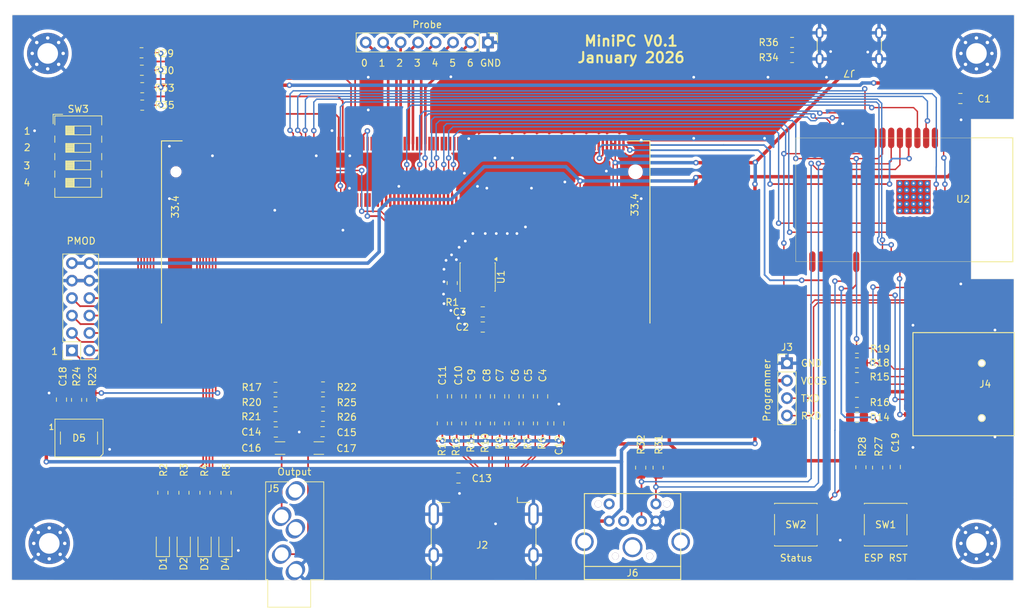
<source format=kicad_pcb>
(kicad_pcb (version 20241229) (generator "pcbnew") (generator_version "9.0")
  (layers (0 "F.Cu" signal) (2 "B.Cu" signal) (13 "F.Paste" user) (15 "B.Paste" user) (5 "F.SilkS" user "F.Silkscreen") (7 "B.SilkS" user "B.Silkscreen") (1 "F.Mask" user) (3 "B.Mask" user) (25 "Edge.Cuts" user))
  (net 0 "")
  (net 2 "GND")
  (net 3 "+5V")
  (net 4 "+3V3")
  (net 5 "PS2_DATA")
  (net 6 "PS2_CLK")
  (net 7 "CS_SD")
  (net 8 "MOSI")
  (net 9 "SCK")
  (net 10 "CASS_OUT")
  (net 11 "TXD0")
  (net 12 "RXD0")
  (net 14 "Net-(C17-Pad1)")
  (net 26 "ESP_RESET")
  (net 28 "CS_FPGA")
  (net 32 "ESP_S0")
  (net 34 "ESP_S1")
  (net 36 "ESP_S2")
  (net 41 "REQ")
  (net 44 "DONE")
  (net 66 "LED_RGB")
  (net 67 "CONF_1")
  (net 68 "CONF_2")
  (net 69 "CONF_3")
  (net 70 "CONF_4")
  (net 93 "CASS_OUT2")
  (net 115 "Net-(D2-A)")
  (net 116 "Net-(D3-A)")
  (net 117 "Net-(D4-A)")
  (net 119 "PSRAM_SIO3")
  (net 120 "PSRAM_SIO0")
  (net 121 "PSRAM_SIO1")
  (net 122 "PSRAM_SIO2")
  (net 123 "PSRAM_CE_n")
  (net 125 "PSRAM_SCLK")
  (net 128 "Net-(C14-Pad1)")
  (net 129 "Net-(C16-Pad1)")
  (net 130 "Net-(D1-A)")
  (net 131 "Net-(D5-DIN)")
  (net 138 "Net-(J4-DAT2)")
  (net 139 "Net-(J4-DAT1)")
  (net 142 "Net-(J7-CC2)")
  (net 143 "Net-(J7-CC1)")
  (net 145 "MISO")
  (net 152 "ID0")
  (net 157 "CD_SD")
  (net 158 "HDMI_TX2_P")
  (net 159 "/D2+")
  (net 160 "HDMI_TX2_N")
  (net 161 "/D2-")
  (net 162 "HDMI_TX1_P")
  (net 163 "/D1+")
  (net 164 "HDMI_TX1_N")
  (net 165 "/D1-")
  (net 166 "HDMI_TX0_P")
  (net 167 "/D0+")
  (net 168 "HDMI_TX0_N")
  (net 169 "/D0-")
  (net 170 "HDMI_TXC_P")
  (net 171 "/CK+")
  (net 172 "HDMI_TXC_N")
  (net 173 "/CK-")
  (net 174 "Net-(C15-Pad1)")
  (net 175 "LED1")
  (net 176 "LED2")
  (net 177 "LED3")
  (net 178 "LED4")
  (net 179 "JTAG_TDO")
  (net 180 "JTAG_TMS")
  (net 181 "JTAG_TCK")
  (net 182 "JTAG_TDI")
  (net 183 "PMOD_IO1")
  (net 184 "PMOD_IO2")
  (net 185 "PMOD_IO3")
  (net 186 "PMOD_IO4")
  (net 187 "PMOD_IO5")
  (net 188 "PMOD_IO6")
  (net 189 "PMOD_IO7")
  (net 190 "PMOD_IO8")
  (net 191 "UART_RX")
  (net 192 "UART_TX")
  (net 195 "PROBE_4")
  (net 196 "PROBE_1")
  (net 197 "PROBE_6")
  (net 198 "PROBE_0")
  (net 199 "PROBE_5")
  (net 200 "PROBE_3")
  (net 201 "PROBE_2")
  (footprint "Resistor_SMD:R_0805_2012Metric_Pad1.20x1.40mm_HandSolder" (layer "F.Cu") (at 79.4355 70.104 180)
    (property "Reference" "R29")
    (property "Value" "4K7")
  )
  (footprint "Resistor_SMD:R_0805_2012Metric_Pad1.20x1.40mm_HandSolder" (layer "F.Cu") (at 88.662232 134.112 -90)
    (property "Reference" "R4")
    (property "Value" "220")
  )
  (footprint "Resistor_SMD:R_0805_2012Metric_Pad1.20x1.40mm_HandSolder" (layer "F.Cu") (at 72.2 120.6 -90)
    (property "Reference" "R23")
    (property "Value" "100R")
  )
  (footprint "Resistor_SMD:R_0805_2012Metric_Pad1.20x1.40mm_HandSolder" (layer "F.Cu") (at 129.413 124.0238 90)
    (property "Reference" "R10")
    (property "Value" "50")
  )
  (footprint "Resistor_SMD:R_0805_2012Metric_Pad1.20x1.40mm_HandSolder" (layer "F.Cu") (at 91.7233 134.112 -90)
    (property "Reference" "R5")
    (property "Value" "220")
  )
  (footprint "Button_Switch_SMD:SW_DIP_SPSTx04_Slide_6.7x11.72mm_W8.61mm_P2.54mm_LowProfile" (layer "F.Cu") (at 70.2407 85.21)
    (property "Reference" "SW3")
    (property "Value" "SW_DIP_x04")
  )
  (footprint "Capacitor_SMD:C_0805_2012Metric_Pad1.18x1.45mm_HandSolder" (layer "F.Cu") (at 129.0375 107.8 180)
    (property "Reference" "C3")
    (property "Value" "1uF")
  )
  (footprint "LED_SMD:LED_0805_2012Metric_Pad1.15x1.40mm_HandSolder" (layer "F.Cu") (at 85.570866 141.5448 90)
    (property "Reference" "D2")
    (property "Value" "LED")
  )
  (footprint "Capacitor_SMD:C_0805_2012Metric_Pad1.18x1.45mm_HandSolder" (layer "F.Cu") (at 98.9584 125.2728)
    (property "Reference" "C14")
    (property "Value" "100N")
  )
  (footprint "Resistor_SMD:R_0805_2012Metric_Pad1.20x1.40mm_HandSolder" (layer "F.Cu") (at 125.2474 124.0238 90)
    (property "Reference" "R12")
    (property "Value" "50")
  )
  (footprint "Resistor_SMD:R_0805_2012Metric_Pad1.20x1.40mm_HandSolder" (layer "F.Cu") (at 79.5371 75.184 180)
    (property "Reference" "R33")
    (property "Value" "4K7")
  )
  (footprint "LED_SMD:LED_0805_2012Metric_Pad1.15x1.40mm_HandSolder" (layer "F.Cu") (at 82.5398 141.5448 90)
    (property "Reference" "D1")
    (property "Value" "LED")
  )
  (footprint "Resistor_SMD:R_0805_2012Metric_Pad1.20x1.40mm_HandSolder" (layer "F.Cu") (at 131.4958 124.0238 90)
    (property "Reference" "R9")
    (property "Value" "50")
  )
  (footprint "Connector_PinHeader_2.54mm:PinHeader_1x08_P2.54mm_Vertical" (layer "F.Cu") (at 129.8 68.6 -90)
    (property "Reference" "J8" (hide yes))
    (property "Value" "Probe")
  )
  (footprint "MountingHole:MountingHole_3mm_Pad_Via" (layer "F.Cu") (at 200.7967 141.478)
    (property "Reference" "H3" (hide yes))
    (property "Value" "MountingHole_Pad")
  )
  (footprint "Resistor_SMD:R_0805_2012Metric_Pad1.20x1.40mm_HandSolder" (layer "F.Cu") (at 183.4231 120.9675)
    (property "Reference" "R16")
    (property "Value" "10K")
  )
  (footprint "Connector_USB:USB_C_Receptacle_GCT_USB4125-xx-x_6P_TopMnt_Horizontal" (layer "F.Cu") (at 182.32 68 180)
    (property "Reference" "J7")
    (property "Value" "USB_C_Receptacle_PowerOnly_6P")
  )
  (footprint "Capacitor_SMD:C_0805_2012Metric_Pad1.18x1.45mm_HandSolder" (layer "F.Cu") (at 127.3302 120.0868 -90)
    (property "Reference" "C9")
    (property "Value" "100n")
  )
  (footprint "Resistor_SMD:R_0805_2012Metric_Pad1.20x1.40mm_HandSolder" (layer "F.Cu") (at 79.4863 72.644 180)
    (property "Reference" "R30")
    (property "Value" "4K7")
  )
  (footprint "Capacitor_SMD:C_0805_2012Metric_Pad1.18x1.45mm_HandSolder" (layer "F.Cu") (at 131.4958 120.0868 -90)
    (property "Reference" "C7")
    (property "Value" "100n")
  )
  (footprint "Resistor_SMD:R_0805_2012Metric_Pad1.20x1.40mm_HandSolder" (layer "F.Cu") (at 154.5336 130.4624 90)
    (property "Reference" "R31")
    (property "Value" "2K")
  )
  (footprint "Capacitor_SMD:C_0805_2012Metric_Pad1.18x1.45mm_HandSolder" (layer "F.Cu") (at 133.5786 120.0868 -90)
    (property "Reference" "C6")
    (property "Value" "100n")
  )
  (footprint "Capacitor_SMD:C_0805_2012Metric_Pad1.18x1.45mm_HandSolder" (layer "F.Cu") (at 125.2474 120.0868 -90)
    (property "Reference" "C10")
    (property "Value" "100n")
  )
  (footprint "MountingHole:MountingHole_3mm_Pad_Via" (layer "F.Cu") (at 200.7967 70.2)
    (property "Reference" "H2" (hide yes))
    (property "Value" "MountingHole_Pad")
  )
  (footprint "Resistor_SMD:R_0805_2012Metric_Pad1.20x1.40mm_HandSolder" (layer "F.Cu") (at 105.8164 120.8898)
    (property "Reference" "R25")
    (property "Value" "300R")
  )
  (footprint "Resistor_SMD:R_0805_2012Metric_Pad1.20x1.40mm_HandSolder" (layer "F.Cu") (at 105.8164 122.9868 180)
    (property "Reference" "R26")
    (property "Value" "300R")
  )
  (footprint "Capacitor_SMD:C_0805_2012Metric_Pad1.18x1.45mm_HandSolder" (layer "F.Cu") (at 137.7442 120.0868 -90)
    (property "Reference" "C4")
    (property "Value" "100n")
  )
  (footprint "Capacitor_SMD:C_0805_2012Metric_Pad1.18x1.45mm_HandSolder" (layer "F.Cu") (at 123.1646 120.0868 -90)
    (property "Reference" "C11")
    (property "Value" "100n")
  )
  (footprint "Capacitor_SMD:C_0805_2012Metric_Pad1.18x1.45mm_HandSolder" (layer "F.Cu") (at 125.5014 131.9613)
    (property "Reference" "C13")
    (property "Value" "100n")
  )
  (footprint "trs-io-m1:HDMI_A_Molex_208658-1001_Horizontal" (layer "F.Cu") (at 129.159 139.7536 -90)
    (property "Reference" "J2")
    (property "Value" "HDMI_A")
  )
  (footprint "Capacitor_SMD:C_0805_2012Metric_Pad1.18x1.45mm_HandSolder" (layer "F.Cu") (at 129.0375 110 180)
    (property "Reference" "C2")
    (property "Value" "100n")
  )
  (footprint "LED_SMD:LED_WS2812B_PLCC4_5.0x5.0mm_P3.2mm" (layer "F.Cu") (at 70.35 126.15)
    (property "Reference" "D5")
    (property "Value" "WS2812B")
  )
  (footprint "Resistor_SMD:R_0805_2012Metric_Pad1.20x1.40mm_HandSolder" (layer "F.Cu") (at 98.9076 120.904 180)
    (property "Reference" "R20")
    (property "Value" "300R")
  )
  (footprint "PocketTRS_Connectors:TFP09-2-12B" (layer "F.Cu") (at 201.57 118.3132 90)
    (property "Reference" "J4")
    (property "Value" "SD_Card")
  )
  (footprint "Resistor_SMD:R_0805_2012Metric_Pad1.20x1.40mm_HandSolder" (layer "F.Cu") (at 79.5371 77.724 180)
    (property "Reference" "R35")
    (property "Value" "4K7")
  )
  (footprint "Connector_PinHeader_2.54mm:PinHeader_1x04_P2.54mm_Vertical" (layer "F.Cu") (at 173.255166 115.265199)
    (property "Reference" "J3")
    (property "Value" "Programmer")
  )
  (footprint "Resistor_SMD:R_0805_2012Metric_Pad1.20x1.40mm_HandSolder" (layer "F.Cu") (at 183.4231 115.2144)
    (property "Reference" "R18")
    (property "Value" "10K")
  )
  (footprint "Resistor_SMD:R_0805_2012Metric_Pad1.20x1.40mm_HandSolder" (layer "F.Cu") (at 174 68.6 180)
    (property "Reference" "R36")
    (property "Value" "5K1")
  )
  (footprint "Resistor_SMD:R_0805_2012Metric_Pad1.20x1.40mm_HandSolder" (layer "F.Cu") (at 70 120.6 90)
    (property "Reference" "R24")
    (property "Value" "10K")
  )
  (footprint "Resistor_SMD:R_0805_2012Metric_Pad1.20x1.40mm_HandSolder" (layer "F.Cu") (at 184 130.4 -90)
    (property "Reference" "R28")
    (property "Value" "4K7")
  )
  (footprint "Resistor_SMD:R_0805_2012Metric_Pad1.20x1.40mm_HandSolder" (layer "F.Cu") (at 151.9936 130.4624 90)
    (property "Reference" "R32")
    (property "Value" "2K")
  )
  (footprint "Connector_PinSocket_2.54mm:PinSocket_2x06_P2.54mm_Vertical" (layer "F.Cu") (at 69.322 113.4114 180)
    (property "Reference" "J1" (hide yes))
    (property "Value" "Conn_02x06_Odd_Even")
  )
  (footprint "Resistor_SMD:R_0805_2012Metric_Pad1.20x1.40mm_HandSolder" (layer "F.Cu") (at 183.4231 113.0808)
    (property "Reference" "R19")
    (property "Value" "10K")
  )
  (footprint "Resistor_SMD:R_0805_2012Metric_Pad1.20x1.40mm_HandSolder" (layer "F.Cu") (at 183.4388 123.1392)
    (property "Reference" "R14")
    (property "Value" "10K")
  )
  (footprint "PocketTRS_Connectors:Jack_3.5mm_CUI_SJ1-3535NG_Horizontal_CircularHoles" (layer "F.Cu") (at 101.8032 145.4404 180)
    (property "Reference" "J5")
    (property "Value" "Cassette Output")
  )
  (footprint "LED_SMD:LED_0805_2012Metric_Pad1.15x1.40mm_HandSolder" (layer "F.Cu") (at 88.601932 141.5448 90)
    (property "Reference" "D3")
    (property "Value" "LED")
  )
  (footprint "esp32-wrover:ESP32-WROVER" (layer "F.Cu") (at 199.4759 91.4908 -90)
    (property "Reference" "U2")
    (property "Value" "ESP32-WROVER-B" (hide yes))
  )
  (footprint "Capacitor_SMD:C_0805_2012Metric_Pad1.18x1.45mm_HandSolder" (layer "F.Cu") (at 140.1064 124.0238 90)
    (property "Reference" "C12")
    (property "Value" "100n")
  )
  (footprint "MountingHole:MountingHole_3mm_Pad_Via" (layer "F.Cu") (at 65.8 70.2)
    (property "Reference" "H1" (hide yes))
    (property "Value" "MountingHole_Pad")
  )
  (footprint "Resistor_SMD:R_0805_2012Metric_Pad1.20x1.40mm_HandSolder" (layer "F.Cu") (at 98.9076 118.7704)
    (property "Reference" "R17")
    (property "Value" "270R")
  )
  (footprint "Capacitor_SMD:C_0805_2012Metric_Pad1.18x1.45mm_HandSolder" (layer "F.Cu") (at 129.413 120.0868 -90)
    (property "Reference" "C8")
    (property "Value" "100n")
  )
  (footprint "Resistor_SMD:R_0805_2012Metric_Pad1.20x1.40mm_HandSolder" (layer "F.Cu") (at 186.436 130.4544 -90)
    (property "Reference" "R27")
    (property "Value" "10K")
  )
  (footprint "Capacitor_SMD:C_0805_2012Metric_Pad1.18x1.45mm_HandSolder" (layer "F.Cu") (at 189 130.3625 -90)
    (property "Reference" "C19")
    (property "Value" "100n")
  )
  (footprint "Capacitor_SMD:C_0805_2012Metric_Pad1.18x1.45mm_HandSolder" (layer "F.Cu") (at 105.7656 125.222 180)
    (property "Reference" "C15")
    (property "Value" "100N")
  )
  (footprint "Resistor_SMD:R_0805_2012Metric_Pad1.20x1.40mm_HandSolder" (layer "F.Cu") (at 174 70.8 180)
    (property "Reference" "R34")
    (property "Value" "5K1")
  )
  (footprint "Button_Switch_SMD:SW_Push_1P1T_NO_E-Switch_TL3301NxxxxxG" (layer "F.Cu") (at 174.55 138.75 180)
    (property "Reference" "SW2")
    (property "Value" "STATUS")
  )
  (footprint "Capacitor_SMD:C_1206_3216Metric_Pad1.33x1.80mm_HandSolder" (layer "F.Cu") (at 105.2068 127.6096)
    (property "Reference" "C17")
    (property "Value" "10U")
  )
  (footprint "Resistor_SMD:R_0805_2012Metric_Pad1.20x1.40mm_HandSolder" (layer "F.Cu") (at 137.7442 124.0238 90)
    (property "Reference" "R6")
    (property "Value" "50")
  )
  (footprint "Capacitor_SMD:C_0805_2012Metric_Pad1.18x1.45mm_HandSolder" (layer "F.Cu") (at 198.4599 76.7588 180)
    (property "Reference" "C1")
    (property "Value" "100n")
  )
  (footprint "Resistor_SMD:R_0805_2012Metric_Pad1.20x1.40mm_HandSolder" (layer "F.Cu") (at 85.601166 134.112 -90)
    (property "Reference" "R3")
    (property "Value" "220")
  )
  (footprint "Resistor_SMD:R_0805_2012Metric_Pad1.20x1.40mm_HandSolder" (layer "F.Cu") (at 98.9076 123.0376)
    (property "Reference" "R21")
    (property "Value" "300R")
  )
  (footprint "Capacitor_SMD:C_0805_2012Metric_Pad1.18x1.45mm_HandSolder" (layer "F.Cu") (at 135.6614 120.0868 -90)
    (property "Reference" "C5")
    (property "Value" "100n")
  )
  (footprint "PocketTRS_Connectors:minidin_6_ps2_pcb_mount" (layer "F.Cu") (at 150.8095 140.4827 180)
    (property "Reference" "J6")
    (property "Value" "Mini-DIN-6" (hide yes))
  )
  (footprint "Tang20K:DDR3_socket" (layer "F.Cu") (at 117.8403 87.4229 -90)
    (property "Reference" "Conn1" (hide yes))
    (property "Value" "Conn_DDR3_Socket")
  )
  (footprint "Resistor_SMD:R_0805_2012Metric_Pad1.20x1.40mm_HandSolder" (layer "F.Cu") (at 82.5401 134.112 -90)
    (property "Reference" "R2")
    (property "Value" "220")
  )
  (footprint "Resistor_SMD:R_0805_2012Metric_Pad1.20x1.40mm_HandSolder" (layer "F.Cu") (at 135.6614 124.0238 90)
    (property "Reference" "R7")
    (property "Value" "50")
  )
  (footprint "Resistor_SMD:R_0805_2012Metric_Pad1.20x1.40mm_HandSolder" (layer "F.Cu") (at 105.8164 118.7196 180)
    (property "Reference" "R22")
    (property "Value" "270R")
  )
  (footprint "Button_Switch_SMD:SW_Push_1P1T_NO_E-Switch_TL3301NxxxxxG" (layer "F.Cu") (at 187.6 138.75)
    (property "Reference" "SW1")
    (property "Value" "ESP_RESET")
  )
  (footprint "Capacitor_SMD:C_1206_3216Metric_Pad1.33x1.80mm_HandSolder" (layer "F.Cu") (at 99.568 127.6096 180)
    (property "Reference" "C16")
    (property "Value" "10U")
  )
  (footprint "Resistor_SMD:R_0805_2012Metric_Pad1.20x1.40mm_HandSolder" (layer "F.Cu") (at 124.6 103.6 90)
    (property "Reference" "R1")
    (property "Value" "10K")
  )
  (footprint "LED_SMD:LED_0805_2012Metric_Pad1.15x1.40mm_HandSolder" (layer "F.Cu") (at 91.633 141.5448 90)
    (property "Reference" "D4")
    (property "Value" "LED")
  )
  (footprint "Resistor_SMD:R_0805_2012Metric_Pad1.20x1.40mm_HandSolder" (layer "F.Cu") (at 123.1646 124.0238 90)
    (property "Reference" "R13")
    (property "Value" "50")
  )
  (footprint "Package_SO:SOIC-8_3.9x4.9mm_P1.27mm" (layer "F.Cu") (at 128.295 102.725 -90)
    (property "Reference" "U1")
    (property "Value" "APS6404L-3SQRx-SN")
  )
  (footprint "Resistor_SMD:R_0805_2012Metric_Pad1.20x1.40mm_HandSolder" (layer "F.Cu") (at 127.3302 124.0238 90)
    (property "Reference" "R11")
    (property "Value" "50")
  )
  (footprint "MountingHole:MountingHole_3mm_Pad_Via" (layer "F.Cu") (at 66.0243 141.478)
    (property "Reference" "H4" (hide yes))
    (property "Value" "MountingHole_Pad")
  )
  (footprint "Capacitor_SMD:C_0805_2012Metric_Pad1.18x1.45mm_HandSolder" (layer "F.Cu") (at 67.8 120.5625 90)
    (property "Reference" "C18")
    (property "Value" "100n")
  )
  (footprint "Resistor_SMD:R_0805_2012Metric_Pad1.20x1.40mm_HandSolder" (layer "F.Cu") (at 183.4231 117.348)
    (property "Reference" "R15")
    (property "Value" "10K")
  )
  (footprint "Resistor_SMD:R_0805_2012Metric_Pad1.20x1.40mm_HandSolder" (layer "F.Cu") (at 133.5786 124.0238 90)
    (property "Reference" "R8")
    (property "Value" "50")
  )
  (gr_line (start 206.245 102.997) (end 206.1815 146.862799) (stroke (width 0.05)) (layer "Edge.Cuts"))
  (gr_circle (center 201.5587 123.2408) (end 202.0159 123.0884) (stroke (width 0.05)) (fill no) (layer "Edge.Cuts"))
  (gr_line (start 200.022 102.997) (end 206.245 102.997) (stroke (width 0.05)) (layer "Edge.Cuts"))
  (gr_line (start 60.5887 146.812) (end 60.6395 64.6) (stroke (width 0.05)) (layer "Edge.Cuts"))
  (gr_line (start 200.022 102.997) (end 200.022 79.756) (stroke (width 0.05)) (layer "Edge.Cuts"))
  (gr_circle (center 201.5587 115.2652) (end 201.9651 115.0112) (stroke (width 0.05)) (fill no) (layer "Edge.Cuts"))
  (gr_line (start 60.6395 64.6) (end 206.2831 64.6) (stroke (width 0.05)) (layer "Edge.Cuts"))
  (gr_line (start 206.245 79.756) (end 206.2831 64.6) (stroke (width 0.05)) (layer "Edge.Cuts"))
  (gr_line (start 200.022 79.756) (end 206.245 79.756) (stroke (width 0.05)) (layer "Edge.Cuts"))
  (gr_line (start 206.1815 146.862799) (end 60.5887 146.812) (stroke (width 0.05)) (layer "Edge.Cuts"))
  (gr_text "2" (at 62.8239 83.8892 0) (layer "F.SilkS") (effects (font (size 1 1))))
  (gr_text "1" (at 66.802 113.538 0) (layer "F.SilkS") (effects (font (size 1 1))))
  (gr_text "ESP RST" (at 187.6 143.6 0) (layer "F.SilkS") (effects (font (size 1 1))))
  (gr_text "4" (at 62.7731 89.02 0) (layer "F.SilkS") (effects (font (size 1 1))))
  (gr_text "1" (at 114.966667 71.6 0) (layer "F.SilkS") (effects (font (size 1 1)) (justify right)))
  (gr_text "MiniPC V0.1\nJanuary 2026" (at 150.6 69.6 0) (layer "F.SilkS") (effects (font (size 1.5 1.5) (thickness 0.3))))
  (gr_text "6" (at 127.8 71.6 0) (layer "F.SilkS") (effects (font (size 1 1)) (justify right)))
  (gr_text "3" (at 62.7731 86.5308 0) (layer "F.SilkS") (effects (font (size 1 1))))
  (gr_text "GND" (at 178.438338 115.2652 0) (layer "F.SilkS") (effects (font (size 1 1)) (justify right)))
  (gr_text "3" (at 120.1 71.6 0) (layer "F.SilkS") (effects (font (size 1 1)) (justify right)))
  (gr_text "Status" (at 174.6 143.6 0) (layer "F.SilkS") (effects (font (size 1 1))))
  (gr_text "2" (at 117.533333 71.6 0) (layer "F.SilkS") (effects (font (size 1 1)) (justify right)))
  (gr_text "VCC5" (at 179.200243 117.856 0) (layer "F.SilkS") (effects (font (size 1 1)) (justify right)))
  (gr_text "5" (at 125.233333 71.6 0) (layer "F.SilkS") (effects (font (size 1 1)) (justify right)))
  (gr_text "RXD" (at 178.3431 122.936 0) (layer "F.SilkS") (effects (font (size 1 1)) (justify right)))
  (gr_text "0" (at 112.4 71.6 0) (layer "F.SilkS") (effects (font (size 1 1)) (justify right)))
  (gr_text "GND" (at 131.8 71.6 0) (layer "F.SilkS") (effects (font (size 1 1)) (justify right)))
  (gr_text "Probe" (at 123.2 66 0) (layer "F.SilkS") (effects (font (size 1 1)) (justify right)))
  (gr_text "Programmer" (at 170.3324 114.554 90) (layer "F.SilkS") (effects (font (size 1 1)) (justify right)))
  (gr_text "PMOD" (at 70.6628 97.4852 0) (layer "F.SilkS") (effects (font (size 1 1))))
  (gr_text "TXD" (at 178.105005 120.396 0) (layer "F.SilkS") (effects (font (size 1 1)) (justify right)))
  (gr_text "1" (at 62.8239 81.5016 0) (layer "F.SilkS") (effects (font (size 1 1))))
  (gr_text "4" (at 122.666667 71.6 0) (layer "F.SilkS") (effects (font (size 1 1)) (justify right)))
  (gr_text "Output" (at 101.6508 131.064 0) (layer "F.SilkS") (effects (font (size 1 1))))
  (segment (start 96.9903 90.3229) (end 97.0903 90.2229) (width 0.2) (layer "F.Cu") (net 2))
  (segment (start 82.4948 142.5448) (end 85.555866 142.5448) (width 0.2) (layer "F.Cu") (net 2))
  (segment (start 105.9903 90.3229) (end 105.8903 90.2229) (width 0.2) (layer "F.Cu") (net 2))
  (segment (start 97.2903 83.3229) (end 97.2903 84.5229) (width 0.2) (layer "F.Cu") (net 2))
  (segment (start 91.678 142.5448) (end 93.472 142.5448) (width 0.2) (layer "F.Cu") (net 2))
  (segment (start 136.1184 84.6229) (end 135.3618 84.6229) (width 0.2) (layer "F.Cu") (net 2))
  (segment (start 173 68.6) (end 174.4 67.2) (width 0.25) (layer "F.Cu") (net 2))
  (segment (start 65.9357 81.4) (end 63.9415 81.4) (width 0.2) (layer "F.Cu") (net 2))
  (segment (start 96.8903 90.2229) (end 96.9903 90.3229) (width 0.2) (layer "F.Cu") (net 2))
  (segment (start 90.9572 84.6229) (end 90.6903 84.356) (width 0.2) (layer "F.Cu") (net 2))
  (segment (start 183.05 141) (end 181 141) (width 0.25) (layer "F.Cu") (net 2))
  (segment (start 179.57 71.08) (end 179.57 69.955) (width 0.381) (layer "F.Cu") (net 2))
  (segment (start 142.2903 83.3229) (end 142.2903 84.5229) (width 0.2) (layer "F.Cu") (net 2))
  (segment (start 198.5659 82.4908) (end 198.5659 79.862) (width 0.381) (layer "F.Cu") (net 2))
  (segment (start 147.3903 91.5229) (end 147.3903 92.7229) (width 0.2) (layer "F.Cu") (net 2))
  (segment (start 95.4903 84.5229) (end 95.5903 84.6229) (width 0.2) (layer "F.Cu") (net 2))
  (segment (start 97.073 84.6229) (end 97.2903 84.4056) (width 0.2) (layer "F.Cu") (net 2))
  (segment (start 108.9903 90.4856) (end 109.6615 89.8144) (width 0.2) (layer "F.Cu") (net 2))
  (segment (start 123.4 105.275661) (end 123.4 106.6) (width 0.381) (layer "F.Cu") (net 2))
  (segment (start 145.5903 91.5229) (end 145.5903 92.7229) (width 0.2) (layer "F.Cu") (net 2))
  (segment (start 102.2893 90.2219) (end 102.3903 90.3229) (width 0.2) (layer "F.Cu") (net 2))
  (segment (start 201.17 110.5632) (end 203.3651 110.5632) (width 0.2) (layer "F.Cu") (net 2))
  (segment (start 99.9076 125.1845) (end 99.9959 125.2728) (width 0.25) (layer "F.Cu") (net 2))
  (segment (start 130.2639 138.6288) (end 130.8989 138.6288) (width 0.25) (layer "F.Cu") (net 2))
  (segment (start 108.63065 88.7588) (end 108.0247 88.7588) (width 0.2) (layer "F.Cu") (net 2))
  (segment (start 107.1903 91.5229) (end 107.1903 90.3229) (width 0.2) (layer "F.Cu") (net 2))
  (segment (start 128.659 138.6114) (end 128.6764 138.6288) (width 0.25) (layer "F.Cu") (net 2))
  (segment (start 138.3903 90.3229) (end 138.2903 90.2229) (width 0.2) (layer "F.Cu") (net 2))
  (segment (start 99.9076 123.0376) (end 99.9076 125.1845) (width 0.25) (layer "F.Cu") (net 2))
  (segment (start 100.5903 90.6) (end 100.5903 90.3459) (width 0.2) (layer "F.Cu") (net 2))
  (segment (start 130.1153 90.2229) (end 129.9903 90.3479) (width 0.2) (layer "F.Cu") (net 2))
  (segment (start 97.3903 84.6229) (end 98.8002 84.6229) (width 0.2) (layer "F.Cu") (net 2))
  (segment (start 100.5903 90.3229) (end 100.5903 90.6) (width 0.2) (layer "F.Cu") (net 2))
  (segment (start 181 141) (end 179.1 141) (width 0.25) (layer "F.Cu") (net 2))
  (segment (start 140.4903 83.3229) (end 140.4903 84.5229) (width 0.2) (layer "F.Cu") (net 2))
  (segment (start 130.8989 138.6288) (end 133.1214 138.6288) (width 0.25) (layer "F.Cu") (net 2))
  (segment (start 142.0903 92.8229) (end 143.6653 92.8229) (width 0.2) (layer "F.Cu") (net 2))
  (segment (start 131.6903 90.2229) (end 130.1153 90.2229) (width 0.2) (layer "F.Cu") (net 2))
  (segment (start 88.6903 90.2229) (end 90.1056 90.2229) (width 0.2) (layer "F.Cu") (net 2))
  (segment (start 127.6 96.4) (end 126.5 97.5) (width 0.381) (layer "F.Cu") (net 2))
  (segment (start 180.7559 82.4908) (end 180.7559 81.0169) (width 0.2) (layer "F.Cu") (net 2))
  (segment (start 135.24345 95.44345) (end 134.2869 96.4) (width 0.381) (layer "F.Cu") (net 2))
  (segment (start 135.3903 91.5229) (end 135.3903 95.2966) (width 0.381) (layer "F.Cu") (net 2))
  (segment (start 100.9903 84.6229) (end 101.8482 84.6229) (width 0.2) (layer "F.Cu") (net 2))
  (segment (start 145.8903 83.3229) (end 145.8903 84.5229) (width 0.2) (layer "F.Cu") (net 2))
  (segment (start 140.1903 90.3229) (end 140.0903 90.2229) (width 0.2) (layer "F.Cu") (net 2))
  (segment (start 89.7479 85.09) (end 89.1383 85.09) (width 0.2) (layer "F.Cu") (net 2))
  (segment (start 129.9903 91.5229) (end 129.9903 90.3229) (width 0.2) (layer "F.Cu") (net 2))
  (segment (start 133.159 138.6288) (end 133.159 136.4686) (width 0.25) (layer "F.Cu") (net 2))
  (segment (start 147.0903 83.3229) (end 147.0903 87.2247) (width 0.25) (layer "F.Cu") (net 2))
  (segment (start 133.2903 84.3514) (end 133.2903 83.3229) (width 0.2) (layer "F.Cu") (net 2))
  (segment (start 99.0903 84.5229) (end 99.1903 84.6229) (width 0.2) (layer "F.Cu") (net 2))
  (segment (start 95.511 90.2229) (end 95.7903 90.5022) (width 0.2) (layer "F.Cu") (net 2))
  (segment (start 136.8903 83.3229) (end 136.8903 84.5229) (width 0.2) (layer "F.Cu") (net 2))
  (segment (start 198.5659 100.5208) (end 198.5659 103.6941) (width 0.25) (layer "F.Cu") (net 2))
  (segment (start 103.7653 84.6229) (end 103.8903 84.4979) (width 0.2) (layer "F.Cu") (net 2))
  (segment (start 178.08 71.08) (end 178 71) (width 0.381) (layer "F.Cu") (net 2))
  (segment (start 65.9357 83.94) (end 65.9357 81.4) (width 0.2) (layer "F.Cu") (net 2))
  (segment (start 135.5153 90.2229) (end 135.3903 90.3479) (width 0.2) (layer "F.Cu") (net 2))
  (segment (start 203.3651 110.5632) (end 203.4891 110.4392) (width 0.2) (layer "F.Cu") (net 2))
  (segment (start 185.07 71.08) (end 186.56 71.08) (width 0.381) (layer "F.Cu") (net 2))
  (segment (start 192.17 122.0632) (end 191.72 121.6132) (width 0.2) (layer "F.Cu") (net 2))
  (segment (start 123.4 101.4) (end 123.4 101.6) (width 0.381) (layer "F.Cu") (net 2))
  (segment (start 92.1764 84.6229) (end 91.8903 84.3368) (width 0.2) (layer "F.Cu") (net 2))
  (segment (start 109.2903 84.668) (end 109.7123 85.09) (width 0.2) (layer "F.Cu") (net 2))
  (segment (start 63.9415 81.4) (end 63.8907 81.4508) (width 0.2) (layer "F.Cu") (net 2))
  (segment (start 125.6 98.4) (end 124.5 99.5) (width 0.381) (layer "F.Cu") (net 2))
  (segment (start 149.1903 91.5229) (end 149.1903 92.7229) (width 0.2) (layer "F.Cu") (net 2))
  (segment (start 198.5659 103.6941) (end 198.5264 103.7336) (width 0.25) (layer "F.Cu") (net 2))
  (segment (start 66.075 119.525) (end 66 119.6) (width 0.25) (layer "F.Cu") (net 2))
  (segment (start 143.6653 92.8229) (end 143.7903 92.6979) (width 0.2) (layer "F.Cu") (net 2))
  (segment (start 90.3903 90.3229) (end 90.4903 90.2229) (width 0.2) (layer "F.Cu") (net 2))
  (segment (start 133.4903 90.2229) (end 131.9153 90.2229) (width 0.2) (layer "F.Cu") (net 2))
  (segment (start 126.8 110) (end 128 110) (width 0.381) (layer "F.Cu") (net 2))
  (segment (start 104.1903 90.3479) (end 104.1903 91.5229) (width 0.2) (layer "F.Cu") (net 2))
  (segment (start 98.8002 84.6229) (end 99.0903 84.3328) (width 0.2) (layer "F.Cu") (net 2))
  (segment (start 147.2903 92.8229) (end 145.8424 92.8229) (width 0.2) (layer "F.Cu") (net 2))
  (segment (start 109.6615 89.8144) (end 109.6615 89.78965) (width 0.2) (layer "F.Cu") (net 2))
  (segment (start 129.4 96.4) (end 127.6 96.4) (width 0.381) (layer "F.Cu") (net 2))
  (segment (start 134 96.4) (end 132.6 96.4) (width 0.381) (layer "F.Cu") (net 2))
  (segment (start 145.8903 84.5229) (end 145.7903 84.6229) (width 0.2) (layer "F.Cu") (net 2))
  (segment (start 174.4 67.2) (end 178 67.2) (width 0.25) (layer "F.Cu") (net 2))
  (segment (start 138.5903 84.6229) (end 137.1618 84.6229) (width 0.2) (layer "F.Cu") (net 2))
  (segment (start 129.628 89.8) (end 129.628 90.2229) (width 0.2) (layer "F.Cu") (net 2))
  (segment (start 126.5389 131.9613) (end 126.5389 133.3241) (width 0.25) (layer "F.Cu") (net 2))
  (segment (start 100.4903 90.2229) (end 100.5903 90.3229) (width 0.2) (layer "F.Cu") (net 2))
  (segment (start 135.2903 90.2229) (end 133.7153 90.2229) (width 0.2) (layer "F.Cu") (net 2))
  (segment (start 141.9903 92.7229) (end 142.0903 92.8229) (width 0.2) (layer "F.Cu") (net 2))
  (segment (start 131.3903 84.6229) (end 129.3818 84.6229) (width 0.2) (layer "F.Cu") (net 2))
  (segment (start 103.8903 84.7544) (end 104.2259 85.09) (width 0.2) (layer "F.Cu") (net 2))
  (segment (start 138.6903 83.3229) (end 138.6903 84.5229) (width 0.2) (layer "F.Cu") (net 2))
  (segment (start 133.5903 90.3229) (end 133.4903 90.2229) (width 0.2) (layer "F.Cu") (net 2))
  (segment (start 141.8903 90.2229) (end 140.4656 90.2229) (width 0.2) (layer "F.Cu") (net 2))
  (segment (start 144.3618 84.6229) (end 144.0903 84.3514) (width 0.2) (layer "F.Cu") (net 2))
  (segment (start 128.1903 90.3479) (end 128.1903 91.5229) (width 0.2) (layer "F.Cu") (net 2))
  (segment (start 90.3903 91.5229) (end 90.3903 90.3229) (width 0.2) (layer "F.Cu") (net 2))
  (segment (start 135.0903 83.3229) (end 135.0903 84.5229) (width 0.2) (layer "F.Cu") (net 2))
  (segment (start 125.25 100.25) (end 125.2 100.2) (width 0.25) (layer "F.Cu") (net 2))
  (segment (start 140.1903 91.5229) (end 140.1903 90.3229) (width 0.2) (layer "F.Cu") (net 2))
  (segment (start 138.6662 90.2229) (end 138.3903 90.4988) (width 0.2) (layer "F.Cu") (net 2))
  (segment (start 140.4903 84.5229) (end 140.3903 84.6229) (width 0.2) (layer "F.Cu") (net 2))
  (segment (start 128 107.8) (end 126.2 107.8) (width 0.25) (layer "F.Cu") (net 2))
  (segment (start 90.4591 85.09) (end 89.7479 85.09) (width 0.2) (layer "F.Cu") (net 2))
  (segment (start 191.57 111.4632) (end 191.57 109.7375) (width 0.2) (layer "F.Cu") (net 2))
  (segment (start 128.7524 84.6229) (end 128.4903 84.3608) (width 0.2) (layer "F.Cu") (net 2))
  (segment (start 105.8903 90.2229) (end 104.3153 90.2229) (width 0.2) (layer "F.Cu") (net 2))
  (segment (start 140.1064 123.0288) (end 140.1064 121.2088) (width 0.25) (layer "F.Cu") (net 2))
  (segment (start 180.7559 81.0169) (end 181.3564 80.4164) (width 0.2) (layer "F.Cu") (net 2))
  (segment (start 90.4903 90.2229) (end 91.9344 90.2229) (width 0.2) (layer "F.Cu") (net 2))
  (segment (start 100.7653 84.6229) (end 100.8903 84.4979) (width 0.2) (layer "F.Cu") (net 2))
  (segment (start 93.9903 91.5229) (end 93.9903 90.3229) (width 0.2) (layer "F.Cu") (net 2))
  (segment (start 72.8 127.8) (end 74.8 127.8) (width 0.25) (layer "F.Cu") (net 2))
  (segment (start 128.4903 84.3608) (end 128.4903 83.3229) (width 0.2) (layer "F.Cu") (net 2))
  (segment (start 98.5384 90.2229) (end 98.7903 90.4748) (width 0.2) (layer "F.Cu") (net 2))
  (segment (start 123.4 100.6) (end 123.4 101.4) (width 0.381) (layer "F.Cu") (net 2))
  (segment (start 141.9903 90.3229) (end 141.8903 90.2229) (width 0.2) (layer "F.Cu") (net 2))
  (segment (start 104.2259 85.09) (end 104.8355 85.09) (width 0.2) (layer "F.Cu") (net 2))
  (segment (start 95.7903 90.3229) (end 95.8903 90.2229) (width 0.2) (layer "F.Cu") (net 2))
  (segment (start 141.9903 91.5229) (end 141.9903 92.7229) (width 0.2) (layer "F.Cu") (net 2))
  (segment (start 140.711 84.6229) (end 140.4903 84.4022) (width 0.2) (layer "F.Cu") (net 2))
  (segment (start 100.7143 90.2219) (end 102.2893 90.2219) (width 0.2) (layer "F.Cu") (net 2))
  (segment (start 142.2903 84.5229) (end 142.1903 84.6229) (width 0.2) (layer "F.Cu") (net 2))
  (segment (start 149.1903 92.7229) (end 149.0903 92.8229) (width 0.2) (layer "F.Cu") (net 2))
  (segment (start 145.4903 92.8229) (end 144.0136 92.8229) (width 0.2) (layer "F.Cu") (net 2))
  (segment (start 91.8903 83.3229) (end 91.8903 84.5229) (width 0.2) (layer "F.Cu") (net 2))
  (segment (start 88.5903 91.5229) (end 88.5903 90.3229) (width 0.2) (layer "F.Cu") (net 2))
  (segment (start 91.7903 84.6229) (end 90.9572 84.6229) (width 0.2) (layer "F.Cu") (net 2))
  (segment (start 126.4 109.6) (end 126.8 110) (width 0.381) (layer "F.Cu") (net 2))
  (segment (start 123.4 106.6) (end 124.4 107.6) (width 0.381) (layer "F.Cu") (net 2))
  (segment (start 131 96.4) (end 129.4 96.4) (width 0.381) (layer "F.Cu") (net 2))
  (segment (start 98.7903 91.5229) (end 98.7903 90.3229) (width 0.2) (layer "F.Cu") (net 2))
  (segment (start 107.0903 90.2229) (end 106.5606 90.2229) (width 0.2) (layer "F.Cu") (net 2))
  (segment (start 89.1383 85.09) (end 88.8903 84.842) (width 0.2) (layer "F.Cu") (net 2))
  (segment (start 100.8903 84.5229) (end 100.9903 84.6229) (width 0.2) (layer "F.Cu") (net 2))
  (segment (start 97.0903 90.2229) (end 98.5384 90.2229) (width 0.2) (layer "F.Cu") (net 2))
  (segment (start 104.0893 90.2219) (end 104.1903 90.3229) (width 0.2) (layer "F.Cu") (net 2))
  (segment (start 190.875 129.325) (end 189 129.325) (width 0.25) (layer "F.Cu") (net 2))
  (segment (start 104.7281 125.222) (end 102.4128 125.222) (width 0.25) (layer "F.Cu") (net 2))
  (segment (start 90.1056 90.2229) (end 90.3903 90.5076) (width 0.2) (layer "F.Cu") (net 2))
  (segment (start 186.56 71.08) (end 186.64 71) (width 0.381) (layer "F.Cu") (net 2))
  (segment (start 102.3903 90.3229) (end 102.3903 91.5229) (width 0.2) (layer "F.Cu") (net 2))
  (segment (start 129.628 90.2229) (end 128.3153 90.2229) (width 0.2) (layer "F.Cu") (net 2))
  (segment (start 90.6903 84.8588) (end 90.4591 85.09) (width 0.2) (layer "F.Cu") (net 2))
  (segment (start 138.2903 90.2229) (end 136.1262 90.2229) (width 0.2) (layer "F.Cu") (net 2))
  (segment (start 143.7903 92.6979) (end 143.7903 91.5229) (width 0.2) (layer "F.Cu") (net 2))
  (segment (start 179.57 71.08) (end 178.08 71.08) (width 0.381) (layer "F.Cu") (net 2))
  (segment (start 179.57 69.955) (end 179.6 69.925) (width 0.381) (layer "F.Cu") (net 2))
  (segment (start 91.8903 84.5229) (end 91.7903 84.6229) (width 0.2) (layer "F.Cu") (net 2))
  (segment (start 125.659 134.2144) (end 125.6538 134.2092) (width 0.2) (layer "F.Cu") (net 2))
  (segment (start 107.1903 90.3229) (end 107.0903 90.2229) (width 0.2) (layer "F.Cu") (net 2))
  (segment (start 136.1184 84.6229) (end 136.1184 89.8) (width 0.2) (layer "F.Cu") (net 2))
  (segment (start 144.0136 92.8229) (end 143.7903 92.5996) (width 0.2) (layer "F.Cu") (net 2))
  (segment (start 129.8903 90.2229) (end 129.628 90.2229) (width 0.2) (layer "F.Cu") (net 2))
  (segment (start 124.4 107.6) (end 125.5 108.7) (width 0.381) (layer "F.Cu") (net 2))
  (segment (start 93.472 142.5448) (end 93.5068 142.51) (width 0.2) (layer "F.Cu") (net 2))
  (segment (start 136.8903 84.5229) (end 136.7903 84.6229) (width 0.2) (layer "F.Cu") (net 2))
  (segment (start 106.5606 90.2229) (end 106.2558 90.2229) (width 0.2) (layer "F.Cu") (net 2))
  (segment (start 185.07 70.07) (end 185 70) (width 0.381) (layer "F.Cu") (net 2))
  (segment (start 132.6 96.4) (end 131 96.4) (width 0.381) (layer "F.Cu") (net 2))
  (segment (start 136.1262 90.2229) (end 135.5153 90.2229) (width 0.2) (layer "F.Cu") (net 2))
  (segment (start 95.7903 91.5229) (end 95.7903 90.3229) (width 0.2) (layer "F.Cu") (net 2))
  (segment (start 94.0903 90.2229) (end 95.511 90.2229) (width 0.2) (layer "F.Cu") (net 2))
  (segment (start 131.7903 90.3229) (end 131.6903 90.2229) (width 0.2) (layer "F.Cu") (net 2))
  (segment (start 145.5903 92.7229) (end 145.4903 92.8229) (width 0.2) (layer "F.Cu") (net 2))
  (segment (start 191.57 127.5175) (end 191.57 126.0632) (width 0.25) (layer "F.Cu") (net 2))
  (segment (start 102.4128 125.222) (end 102.362 125.2728) (width 0.25) (layer "F.Cu") (net 2))
  (segment (start 104.8164 122.9868) (end 104.8164 125.1337) (width 0.25) (layer "F.Cu") (net 2))
  (segment (start 128.3153 90.2229) (end 128.1903 90.3479) (width 0.2) (layer "F.Cu") (net 2))
  (segment (start 191.57 126.0632) (end 192.17 125.4632) (width 0.2) (layer "F.Cu") (net 2))
  (segment (start 191.57 128.63) (end 190.875 129.325) (width 0.25) (layer "F.Cu") (net 2))
  (segment (start 108.9903 91.5229) (end 108.9903 92.6979) (width 0.2) (layer "F.Cu") (net 2))
  (segment (start 140.4656 90.2229) (end 140.1903 90.4982) (width 0.2) (layer "F.Cu") (net 2))
  (segment (start 192.17 125.4632) (end 192.17 122.0632) (width 0.2) (layer "F.Cu") (net 2))
  (segment (start 141.9903 91.5229) (end 141.9903 90.3229) (width 0.2) (layer "F.Cu") (net 2))
  (segment (start 88.5903 90.3229) (end 88.6903 90.2229) (width 0.2) (layer "F.Cu") (net 2))
  (segment (start 90.6903 83.3229) (end 90.6903 84.8588) (width 0.2) (layer "F.Cu") (net 2))
  (segment (start 147.0903 87.2247) (end 147.0025 87.3125) (width 0.25) (layer "F.Cu") (net 2))
  (segment (start 106.2558 90.2229) (end 105.9903 90.4884) (width 0.2) (layer "F.Cu") (net 2))
  (segment (start 70 119.6) (end 67.875 119.6) (width 0.25) (layer "F.Cu") (net 2))
  (segment (start 134.9903 84.6229) (end 133.5618 84.6229) (width 0.2) (layer "F.Cu") (net 2))
  (segment (start 67.875 119.6) (end 67.8 119.525) (width 0.25) (layer "F.Cu") (net 2))
  (segment (start 128.6764 138.6288) (end 130.2639 138.6288) (width 0.25) (layer "F.Cu") (net 2))
  (segment (start 131.659 136.4686) (end 131.659 138.6288) (width 0.25) (layer "F.Cu") (net 2))
  (segment (start 99.1903 84.6229) (end 100.7653 84.6229) (width 0.2) (layer "F.Cu") (net 2))
  (segment (start 136.1184 90.2109) (end 136.1262 90.2187) (width 0.2) (layer "F.Cu") (net 2))
  (segment (start 103.8903 83.3229) (end 103.8903 84.7544) (width 0.2) (layer "F.Cu") (net 2))
  (segment (start 201.17 126.0632) (end 203.4099 126.0632) (width 0.2) (layer "F.Cu") (net 2))
  (segment (start 144.0903 84.5229) (end 143.9903 84.6229) (width 0.2) (layer "F.Cu") (net 2))
  (segment (start 147.3903 92.7229) (end 147.2903 92.8229) (width 0.2) (layer "F.Cu") (net 2))
  (segment (start 95.5903 84.6229) (end 97.073 84.6229) (width 0.2) (layer "F.Cu") (net 2))
  (segment (start 140.3903 84.6229) (end 138.911 84.6229) (width 0.2) (layer "F.Cu") (net 2))
  (segment (start 135.0903 84.5229) (end 134.9903 84.6229) (width 0.2) (layer "F.Cu") (net 2))
  (segment (start 93.6903 83.3229) (end 93.6903 84.5229) (width 0.2) (layer "F.Cu") (net 2))
  (segment (start 104.3153 90.2229) (end 104.1903 90.3479) (width 0.2) (layer "F.Cu") (net 2))
  (segment (start 199.4974 76.7588) (end 199.4974 78.9217) (width 0.381) (layer "F.Cu") (net 2))
  (segment (start 104.1903 90.3229) (end 104.1903 91.5229) (width 0.2) (layer "F.Cu") (net 2))
  (segment (start 170 141) (end 179.1 141) (width 0.25) (layer "F.Cu") (net 2))
  (segment (start 144.0903 83.3229) (end 144.0903 84.5229) (width 0.2) (layer "F.Cu") (net 2))
  (segment (start 102.3903 90.3459) (end 102.5143 90.2219) (width 0.2) (layer "F.Cu") (net 2))
  (segment (start 136.7903 84.6229) (end 136.1184 84.6229) (width 0.2) (layer "F.Cu") (net 2))
  (segment (start 93.7632 90.2229) (end 93.9903 90.45) (width 0.2) (layer "F.Cu") (net 2))
  (segment (start 123.7 100.3) (end 123.4 100.6) (width 0.381) (layer "F.Cu") (net 2))
  (segment (start 129.628 84.8691) (end 129.628 89.8) (width 0.2) (layer "F.Cu") (net 2))
  (segment (start 133.5903 91.5229) (end 133.5903 90.3229) (width 0.2) (layer "F.Cu") (net 2))
  (segment (start 198.5659 79.862) (end 198.5615 79.8576) (width 0.381) (layer "F.Cu") (net 2))
  (segment (start 131.4903 83.3229) (end 131.4903 84.5229) (width 0.2) (layer "F.Cu") (net 2))
  (segment (start 129.3818 84.6229) (end 128.7524 84.6229) (width 0.2) (layer "F.Cu") (net 2))
  (segment (start 88.8903 84.842) (end 88.8903 83.3229) (width 0.2) (layer "F.Cu") (net 2))
  (segment (start 93.9903 90.3229) (end 94.0903 90.2229) (width 0.2) (layer "F.Cu") (net 2))
  (segment (start 134.2869 96.4) (end 134 96.4) (width 0.381) (layer "F.Cu") (net 2))
  (segment (start 131.4903 84.5229) (end 131.3903 84.6229) (width 0.2) (layer "F.Cu") (net 2))
  (segment (start 93.6903 84.5229) (end 93.5903 84.6229) (width 0.2) (layer "F.Cu") (net 2))
  (segment (start 138.3903 91.5229) (end 138.3903 90.3229) (width 0.2) (layer "F.Cu") (net 2))
  (segment (start 133.1214 138.6288) (end 133.159 138.5912) (width 0.25) (layer "F.Cu") (net 2))
  (segment (start 148.8903 84.5229) (end 149.1903 84.8229) (width 0.2) (layer "F.Cu") (net 2))
  (segment (start 129.9903 90.3229) (end 129.8903 90.2229) (width 0.2) (layer "F.Cu") (net 2))
  (segment (start 129.3818 84.6229) (end 129.628 84.8691) (width 0.2) (layer "F.Cu") (net 2))
  (segment (start 95.8903 90.2229) (end 96.8903 90.2229) (width 0.2) (layer "F.Cu") (net 2))
  (segment (start 96.9903 91.5229) (end 96.9903 90.3229) (width 0.2) (layer "F.Cu") (net 2))
  (segment (start 142.57 84.6229) (end 142.2903 84.3432) (width 0.2) (layer "F.Cu") (net 2))
  (segment (start 108.9903 92.6979) (end 108.712 92.9762) (width 0.2) (layer "F.Cu") (net 2))
  (segment (start 98.7903 92.9991) (end 98.806 93.0148) (width 0.2) (layer "F.Cu") (net 2))
  (segment (start 138.911 84.6229) (end 138.6903 84.4022) (width 0.2) (layer "F.Cu") (net 2))
  (segment (start 98.7903 90.3229) (end 98.8903 90.2229) (width 0.2) (layer "F.Cu") (net 2))
  (segment (start 97.2903 84.5229) (end 97.3903 84.6229) (width 0.2) (layer "F.Cu") (net 2))
  (segment (start 135.3618 84.6229) (end 135.0903 84.3514) (width 0.2) (layer "F.Cu") (net 2))
  (segment (start 104.8164 125.1337) (end 104.7281 125.222) (width 0.25) (layer "F.Cu") (net 2))
  (segment (start 100.5903 90.3459) (end 100.7143 90.2219) (width 0.2) (layer "F.Cu") (net 2))
  (segment (start 69.32201 103.251406) (end 71.86201 103.251406) (width 0.50038) (layer "F.Cu") (net 2))
  (segment (start 92.2903 90.2229) (end 93.7632 90.2229) (width 0.2) (layer "F.Cu") (net 2))
  (segment (start 192.15 141) (end 183.05 141) (width 0.25) (layer "F.Cu") (net 2))
  (segment (start 85.555866 142.5448) (end 88.616932 142.5448) (width 0.2) (layer "F.Cu") (net 2))
  (segment (start 105.9903 91.5229) (end 105.9903 90.3229) (width 0.2) (layer "F.Cu") (net 2))
  (segment (start 126.39 100.25) (end 125.25 100.25) (width 0.25) (layer "F.Cu") (net 2))
  (segment (start 102.0903 84.5229) (end 102.1903 84.6229) (width 0.2) (layer "F.Cu") (net 2))
  (segment (start 133.5618 84.6229) (end 133.2903 84.3514) (width 0.2) (layer "F.Cu") (net 2))
  (segment (start 123.4 101.6) (end 123.4 103.4) (width 0.381) (layer "F.Cu") (net 2))
  (segment (start 104.8355 85.09) (end 105.3435 85.09) (width 0.2) (layer "F.Cu") (net 2))
  (segment (start 123.4 105.151545) (end 123.337942 105.213603) (width 0.381) (layer "F.Cu") (net 2))
  (segment (start 67.8 119.525) (end 66.075 119.525) (width 0.25) (layer "F.Cu") (net 2))
  (segment (start 98.8903 90.2229) (end 100.4903 90.2229) (width 0.2) (layer "F.Cu") (net 2))
  (segment (start 109.2903 83.3229) (end 109.2903 84.668) (width 0.2) (layer "F.Cu") (net 2))
  (segment (start 101.8482 84.6229) (end 102.0903 84.3808) (width 0.2) (layer "F.Cu") (net 2))
  (segment (start 125.5 108.7) (end 126.4 109.6) (width 0.381) (layer "F.Cu") (net 2))
  (segment (start 136.1184 89.8) (end 136.1184 90.2109) (width 0.2) (layer "F.Cu") (net 2))
  (segment (start 91.9344 90.2229) (end 92.1903 90.4788) (width 0.2) (layer "F.Cu") (net 2))
  (segment (start 93.5903 84.6229) (end 92.1764 84.6229) (width 0.2) (layer "F.Cu") (net 2))
  (segment (start 128 110) (end 128 107.8) (width 0.25) (layer "F.Cu") (net 2))
  (segment (start 99.9959 125.2728) (end 102.362 125.2728) (width 0.25) (layer "F.Cu") (net 2))
  (segment (start 107.4903 83.3229) (end 107.4903 81.8012) (width 0.2) (layer "F.Cu") (net 2))
  (segment (start 133.7153 90.2229) (end 133.5903 90.3479) (width 0.2) (layer "F.Cu") (net 2))
  (segment (start 105.6903 84.7432) (end 105.6903 83.3229) (width 0.2) (layer "F.Cu") (net 2))
  (segment (start 137.1618 84.6229) (end 136.8903 84.3514) (width 0.2) (layer "F.Cu") (net 2))
  (segment (start 100.8903 83.3229) (end 100.8903 84.5229) (width 0.2) (layer "F.Cu") (net 2))
  (segment (start 102.0903 83.3229) (end 102.0903 84.5229) (width 0.2) (layer "F.Cu") (net 2))
  (segment (start 125.659 136.4686) (end 125.659 134.2144) (width 0.2) (layer "F.Cu") (net 2))
  (segment (start 92.1903 90.3229) (end 92.2903 90.2229) (width 0.2) (layer "F.Cu") (net 2))
  (segment (start 148.8903 83.3229) (end 148.8903 84.5229) (width 0.2) (layer "F.Cu") (net 2))
  (segment (start 136.1262 90.2187) (end 136.1262 90.2229) (width 0.2) (layer "F.Cu") (net 2))
  (segment (start 92.1903 91.5229) (end 92.1903 90.3229) (width 0.2) (layer "F.Cu") (net 2))
  (segment (start 126.5389 133.3241) (end 125.6538 134.2092) (width 0.25) (layer "F.Cu") (net 2))
  (segment (start 108.9903 91.5229) (end 108.9903 90.4856) (width 0.2) (layer "F.Cu") (net 2))
  (segment (start 173 68.6) (end 173 70.8) (width 0.25) (layer "F.Cu") (net 2))
  (segment (start 149.0903 92.8229) (end 147.6712 92.8229) (width 0.2) (layer "F.Cu") (net 2))
  (segment (start 128.659 136.4686) (end 128.659 138.6114) (width 0.25) (layer "F.Cu") (net 2))
  (segment (start 108.712 92.9762) (end 108.712 95.9104) (width 0.2) (layer "F.Cu") (net 2))
  (segment (start 140.0903 90.2229) (end 138.6662 90.2229) (width 0.2) (layer "F.Cu") (net 2))
  (segment (start 105.3435 85.09) (end 105.6903 84.7432) (width 0.2) (layer "F.Cu") (net 2))
  (segment (start 131.7903 91.5229) (end 131.7903 90.3229) (width 0.2) (layer "F.Cu") (net 2))
  (segment (start 108.0247 88.7588) (end 106.5606 90.2229) (width 0.2) (layer "F.Cu") (net 2))
  (segment (start 123.337942 105.213603) (end 123.4 105.275661) (width 0.381) (layer "F.Cu") (net 2))
  (segment (start 149.1903 84.8229) (end 149.1903 91.5229) (width 0.2) (layer "F.Cu") (net 2))
  (segment (start 102.5143 90.2219) (end 104.0893 90.2219) (width 0.2) (layer "F.Cu") (net 2))
  (segment (start 102.3903 91.5229) (end 102.3903 90.3459) (width 0.2) (layer "F.Cu") (net 2))
  (segment (start 65.9357 89.02) (end 65.9357 86.48) (width 0.2) (layer "F.Cu") (net 2))
  (segment (start 199.4974 78.9217) (end 198.5615 79.8576) (width 0.381) (layer "F.Cu") (net 2))
  (segment (start 138.6903 84.5229) (end 138.5903 84.6229) (width 0.2) (layer "F.Cu") (net 2))
  (segment (start 88.616932 142.5448) (end 91.678 142.5448) (width 0.2) (layer "F.Cu") (net 2))
  (segment (start 145.7903 84.6229) (end 144.3618 84.6229) (width 0.2) (layer "F.Cu") (net 2))
  (segment (start 124.5 99.5) (end 123.7 100.3) (width 0.381) (layer "F.Cu") (net 2))
  (segment (start 203.4099 126.0632) (end 203.4891 125.984) (width 0.2) (layer "F.Cu") (net 2))
  (segment (start 65.9357 86.48) (end 65.9357 83.94) (width 0.2) (layer "F.Cu") (net 2))
  (segment (start 135.3903 90.3229) (end 135.2903 90.2229) (width 0.2) (layer "F.Cu") (net 2))
  (segment (start 107.4903 81.8012) (end 107.1215 81.4324) (width 0.2) (layer "F.Cu") (net 2))
  (segment (start 147.6712 92.8229) (end 147.3903 92.542) (width 0.2) (layer "F.Cu") (net 2))
  (segment (start 109.6615 89.78965) (end 108.63065 88.7588) (width 0.2) (layer "F.Cu") (net 2))
  (segment (start 99.0903 83.3229) (end 99.0903 84.5229) (width 0.2) (layer "F.Cu") (net 2))
  (segment (start 102.1903 84.6229) (end 103.7653 84.6229) (width 0.2) (layer "F.Cu") (net 2))
  (segment (start 135.3903 91.5229) (end 135.3903 90.3229) (width 0.2) (layer "F.Cu") (net 2))
  (segment (start 98.7903 91.5229) (end 98.7903 92.9991) (width 0.2) (layer "F.Cu") (net 2))
  (segment (start 123.4 103.4) (end 123.4 105.151545) (width 0.381) (layer "F.Cu") (net 2))
  (segment (start 131.9153 90.2229) (end 131.7903 90.3479) (width 0.2) (layer "F.Cu") (net 2))
  (segment (start 126.5 97.5) (end 125.6 98.4) (width 0.381) (layer "F.Cu") (net 2))
  (segment (start 135.3903 95.2966) (end 135.24345 95.44345) (width 0.381) (layer "F.Cu") (net 2))
  (segment (start 143.9903 84.6229) (end 142.57 84.6229) (width 0.2) (layer "F.Cu") (net 2))
  (segment (start 142.1903 84.6229) (end 140.711 84.6229) (width 0.2) (layer "F.Cu") (net 2))
  (segment (start 100.5903 90.6) (end 100.5903 91.5229) (width 0.2) (layer "F.Cu") (net 2))
  (segment (start 185.07 71.08) (end 185.07 70.07) (width 0.381) (layer "F.Cu") (net 2))
  (segment (start 145.8424 92.8229) (end 145.5903 92.5708) (width 0.2) (layer "F.Cu") (net 2))
  (segment (start 130.159 136.4686) (end 130.159 138.6288) (width 0.25) (layer "F.Cu") (net 2))
  (segment (start 191.57 127.5175) (end 191.57 128.63) (width 0.25) (layer "F.Cu") (net 2))
  (segment (start 95.4903 83.3229) (end 95.4903 84.5229) (width 0.2) (layer "F.Cu") (net 2))
  (via (at 126.4 109.6) (size 0.8) (drill 0.4) (layers "F.Cu" "B.Cu") (net 2))
  (via (at 181.3564 80.4164) (size 0.8) (drill 0.4) (layers "F.Cu" "B.Cu") (net 2))
  (via (at 107.1215 81.4324) (size 0.8) (drill 0.4) (layers "F.Cu" "B.Cu") (net 2))
  (via (at 136.1184 89.8) (size 0.8) (drill 0.4) (layers "F.Cu" "B.Cu") (net 2))
  (via (at 123.7 100.3) (size 0.8) (drill 0.4) (layers "F.Cu" "B.Cu") (net 2))
  (via (at 179.6 69.925) (size 0.8) (drill 0.4) (layers "F.Cu" "B.Cu") (net 2))
  (via (at 198.5264 103.7336) (size 0.8) (drill 0.4) (layers "F.Cu" "B.Cu") (net 2))
  (via (at 116.84 89.535) (size 0.8) (drill 0.4) (layers "F.Cu" "B.Cu") (net 2))
  (via (at 140.1064 121.2088) (size 0.8) (drill 0.4) (layers "F.Cu" "B.Cu") (net 2))
  (via (at 126.2 107.8) (size 0.8) (drill 0.4) (layers "F.Cu" "B.Cu") (net 2))
  (via (at 109.6615 89.8144) (size 0.8) (drill 0.4) (layers "F.Cu" "B.Cu") (net 2))
  (via (at 159.7025 82.55) (size 0.8) (drill 0.4) (layers "F.Cu" "B.Cu") (net 2))
  (via (at 135.24345 95.44345) (size 0.8) (drill 0.4) (layers "F.Cu" "B.Cu") (net 2))
  (via (at 134 96.4) (size 0.8) (drill 0.4) (layers "F.Cu" "B.Cu") (net 2))
  (via (at 102.362 125.2728) (size 0.8) (drill 0.4) (layers "F.Cu" "B.Cu") (net 2))
  (via (at 98.806 93.0148) (size 0.8) (drill 0.4) (layers "F.Cu" "B.Cu") (net 2))
  (via (at 191.57 109.7375) (size 0.8) (drill 0.4) (layers "F.Cu" "B.Cu") (net 2))
  (via (at 124.4 73.6) (size 0.8) (drill 0.4) (layers "F.Cu" "B.Cu") (net 2))
  (via (at 130.8989 138.6288) (size 0.8) (drill 0.4) (layers "F.Cu" "B.Cu") (net 2))
  (via (at 129.4 96.4) (size 0.8) (drill 0.4) (layers "F.Cu" "B.Cu") (net 2))
  (via (at 130.81 85.4075) (size 0.8) (drill 0.4) (layers "F.Cu" "B.Cu") (net 2))
  (via (at 125.6538 134.2092) (size 0.8) (drill 0.4) (layers "F.Cu" "B.Cu") (net 2))
  (via (at 170.4975 73.66) (size 0.8) (drill 0.4) (layers "F.Cu" "B.Cu") (net 2))
  (via (at 131 96.4) (size 0.8) (drill 0.4) (layers "F.Cu" "B.Cu") (net 2))
  (via (at 179 73.66) (size 0.8) (drill 0.4) (layers "F.Cu" "B.Cu") (net 2))
  (via (at 123.337942 105.213603) (size 0.8) (drill 0.4) (layers "F.Cu" "B.Cu") (net 2))
  (via (at 74.8 127.8) (size 0.8) (drill 0.4) (layers "F.Cu" "B.Cu") (net 2))
  (via (at 123.4 101.6) (size 0.8) (drill 0.4) (layers "F.Cu" "B.Cu") (net 2))
  (via (at 89.7479 85.09) (size 0.8) (drill 0.4) (layers "F.Cu" "B.Cu") (net 2))
  (via (at 109.7123 85.09) (size 0.8) (drill 0.4) (layers "F.Cu" "B.Cu") (net 2))
  (via (at 147.0025 87.3125) (size 0.8) (drill 0.4) (layers "F.Cu" "B.Cu") (net 2))
  (via (at 83.4868 83.7057) (size 0.8) (drill 0.4) (layers "F.Cu" "B.Cu") (net 2))
  (via (at 191.57 127.5175) (size 0.8) (drill 0.4) (layers "F.Cu" "B.Cu") (net 2))
  (via (at 83.4868 91.3257) (size 0.8) (drill 0.4) (layers "F.Cu" "B.Cu") (net 2))
  (via (at 127.6 96.4) (size 0.8) (drill 0.4) (layers "F.Cu" "B.Cu") (net 2))
  (via (at 125.2 100.2) (size 0.8) (drill 0.4) (layers "F.Cu" "B.Cu") (net 2))
  (via (at 127 82.6) (size 0.8) (drill 0.4) (layers "F.Cu" "B.Cu") (net 2))
  (via (at 203.4891 125.984) (size 0.8) (drill 0.4) (layers "F.Cu" "B.Cu") (net 2))
  (via (at 129.628 89.8) (size 0.8) (drill 0.4) (layers "F.Cu" "B.Cu") (net 2))
  (via (at 104.8355 85.09) (size 0.8) (drill 0.4) (layers "F.Cu" "B.Cu") (net 2))
  (via (at 198.5615 79.8576) (size 0.8) (drill 0.4) (layers "F.Cu" "B.Cu") (net 2))
  (via (at 112.395 78.4225) (size 0.8) (drill 0.4) (layers "F.Cu" "B.Cu") (net 2))
  (via (at 140.97 88.9) (size 0.8) (drill 0.4) (layers "F.Cu" "B.Cu") (net 2))
  (via (at 152.0668 82.804) (size 0.8) (drill 0.4) (layers "F.Cu" "B.Cu") (net 2))
  (via (at 124.5 99.5) (size 0.8) (drill 0.4) (layers "F.Cu" "B.Cu") (net 2))
  (via (at 203.4891 110.4392) (size 0.8) (drill 0.4) (layers "F.Cu" "B.Cu") (net 2))
  (via (at 152.0668 91.3257) (size 0.8) (drill 0.4) (layers "F.Cu" "B.Cu") (net 2))
  (via (at 170 82.55) (size 0.8) (drill 0.4) (layers "F.Cu" "B.Cu") (net 2))
  (via (at 112.395 73.66) (size 0.8) (drill 0.4) (layers "F.Cu" "B.Cu") (net 2))
  (via (at 181 141) (size 0.8) (drill 0.4) (layers "F.Cu" "B.Cu") (net 2))
  (via (at 93.5068 142.51) (size 0.8) (drill 0.4) (layers "F.Cu" "B.Cu") (net 2))
  (via (at 128.27 89.535) (size 0.8) (drill 0.4) (layers "F.Cu" "B.Cu") (net 2))
  (via (at 133.35 85.4075) (size 0.8) (drill 0.4) (layers "F.Cu" "B.Cu") (net 2))
  (via (at 126.365 87.63) (size 0.8) (drill 0.4) (layers "F.Cu" "B.Cu") (net 2))
  (via (at 126.5 97.5) (size 0.8) (drill 0.4) (layers "F.Cu" "B.Cu") (net 2))
  (via (at 132.6 96.4) (size 0.8) (drill 0.4) (layers "F.Cu" "B.Cu") (net 2))
  (via (at 159.7025 73.66) (size 0.8) (drill 0.4) (layers "F.Cu" "B.Cu") (net 2))
  (via (at 124.4 107.6) (size 0.8) (drill 0.4) (layers "F.Cu" "B.Cu") (net 2))
  (via (at 123.4 103.4) (size 0.8) (drill 0.4) (layers "F.Cu" "B.Cu") (net 2))
  (via (at 125.5 108.7) (size 0.8) (drill 0.4) (layers "F.Cu" "B.Cu") (net 2))
  (via (at 125.6 98.4) (size 0.8) (drill 0.4) (layers "F.Cu" "B.Cu") (net 2))
  (via (at 123.4 106.6) (size 0.8) (drill 0.4) (layers "F.Cu" "B.Cu") (net 2))
  (via (at 108.712 95.9104) (size 0.8) (drill 0.4) (layers "F.Cu" "B.Cu") (net 2))
  (via (at 63.8907 81.4508) (size 0.8) (drill 0.4) (layers "F.Cu" "B.Cu") (net 2))
  (via (at 185 70) (size 0.8) (drill 0.4) (layers "F.Cu" "B.Cu") (net 2))
  (via (at 66 119.6) (size 0.8) (drill 0.4) (layers "F.Cu" "B.Cu") (net 2))
  (segment (start 148.2903 83.3229) (end 147.6903 83.3229) (width 0.2) (layer "F.Cu") (net 3))
  (segment (start 170.4975 84.20022) (end 168.64886 86.04886) (width 0.50038) (layer "F.Cu") (net 3))
  (segment (start 168.6 117.8) (end 168.605199 117.805199) (width 0.50038) (layer "F.Cu") (net 3))
  (segment (start 168.6 86.09772) (end 160.020011 86.09772) (width 0.50038) (layer "F.Cu") (net 3))
  (segment (start 65.6 126.8) (end 67.9 124.5) (width 0.50038) (layer "F.Cu") (net 3))
  (segment (start 125.159 134.7939) (end 124.4639 134.0988) (width 0.25) (layer "F.Cu") (net 3))
  (segment (start 147.6903 85.476) (end 148.2903 86.076) (width 0.2) (layer "F.Cu") (net 3))
  (segment (start 148.2903 83.3229) (end 148.2903 86.076) (width 0.2) (layer "F.Cu") (net 3))
  (segment (start 125.1839 138.6288) (end 126.7714 140.2163) (width 0.50038) (layer "F.Cu") (net 3))
  (segment (start 148.2903 86.076) (end 147.9903 86.376) (width 0.2) (layer "F.Cu") (net 3))
  (segment (start 181.6481 72.9869) (end 180.8 72.1388) (width 0.50038) (layer "F.Cu") (net 3))
  (segment (start 125.159 138.6039) (end 125.1839 138.6288) (width 0.25) (layer "F.Cu") (net 3))
  (segment (start 168.6 89.2) (end 168.6 117.8) (width 0.50038) (layer "F.Cu") (net 3))
  (segment (start 139.6409 140.2163) (end 141.6245 138.2327) (width 0.50038) (layer "F.Cu") (net 3))
  (segment (start 124.4639 134.0988) (end 124.4639 131.9613) (width 0.25) (layer "F.Cu") (net 3))
  (segment (start 147.9903 86.376) (end 147.9903 91.5229) (width 0.2) (layer "F.Cu") (net 3))
  (segment (start 183.84 71.68) (end 183.84 71.08) (width 0.50038) (layer "F.Cu") (net 3))
  (segment (start 160.020011 86.09772) (end 160.02 86.097709) (width 0.50038) (layer "F.Cu") (net 3))
  (segment (start 67.9 121.7) (end 67.8 121.6) (width 0.50038) (layer "F.Cu") (net 3))
  (segment (start 168.64886 86.04886) (end 168.6 86.09772) (width 0.50038) (layer "F.Cu") (net 3))
  (segment (start 168.6 117.8) (end 168.6 126.9492) (width 0.50038) (layer "F.Cu") (net 3))
  (segment (start 170.4975 84.1375) (end 170.4975 84.20022) (width 0.50038) (layer "F.Cu") (net 3))
  (segment (start 125.159 136.4686) (end 125.159 138.6039) (width 0.25) (layer "F.Cu") (net 3))
  (segment (start 147.9903 91.5229) (end 148.5903 91.5229) (width 0.2) (layer "F.Cu") (net 3))
  (segment (start 125.159 136.4686) (end 125.159 134.7939) (width 0.25) (layer "F.Cu") (net 3))
  (segment (start 148.2903 86.076) (end 148.59 86.3757) (width 0.2) (layer "F.Cu") (net 3))
  (segment (start 170.4975 84.1375) (end 181.6481 72.9869) (width 0.50038) (layer "F.Cu") (net 3))
  (segment (start 168.605199 117.805199) (end 173.255166 117.805199) (width 0.50038) (layer "F.Cu") (net 3))
  (segment (start 147.6903 83.3229) (end 147.6903 85.476) (width 0.2) (layer "F.Cu") (net 3))
  (segment (start 65.6 129.6) (end 65.6 126.8) (width 0.50038) (layer "F.Cu") (net 3))
  (segment (start 141.6245 138.2327) (end 147.4095 138.2327) (width 0.50038) (layer "F.Cu") (net 3))
  (segment (start 181.6481 72.9869) (end 182.5331 72.9869) (width 0.50038) (layer "F.Cu") (net 3))
  (segment (start 180.8 72.1388) (end 180.8 71.08) (width 0.50038) (layer "F.Cu") (net 3))
  (segment (start 67.9 124.5) (end 67.9 121.7) (width 0.50038) (layer "F.Cu") (net 3))
  (segment (start 126.7714 140.2163) (end 139.6409 140.2163) (width 0.50038) (layer "F.Cu") (net 3))
  (segment (start 182.5331 72.9869) (end 183.84 71.68) (width 0.50038) (layer "F.Cu") (net 3))
  (segment (start 148.59 86.3757) (end 148.59 91.5226) (width 0.2) (layer "F.Cu") (net 3))
  (via (at 168.6 126.9492) (size 0.8) (drill 0.4) (layers "F.Cu" "B.Cu") (net 3))
  (via (at 160.02 86.097709) (size 0.8) (drill 0.4) (layers "F.Cu" "B.Cu") (net 3))
  (via (at 65.6 129.6) (size 0.8) (drill 0.4) (layers "F.Cu" "B.Cu") (net 3))
  (via (at 168.6 89.2) (size 0.8) (drill 0.4) (layers "F.Cu" "B.Cu") (net 3))
  (via (at 168.64886 86.04886) (size 0.8) (drill 0.4) (layers "F.Cu" "B.Cu") (net 3))
  (via (at 148.2903 86.076) (size 0.8) (drill 0.4) (layers "F.Cu" "B.Cu") (net 3))
  (segment (start 160.02 86.097709) (end 148.312009 86.097709) (width 0.50038) (layer "B.Cu") (net 3))
  (segment (start 168.6 126.9492) (end 150.1648 126.9492) (width 0.50038) (layer "B.Cu") (net 3))
  (segment (start 149.1996 129.6) (end 149.1996 136.4426) (width 0.50038) (layer "B.Cu") (net 3))
  (segment (start 148.312009 86.097709) (end 148.2903 86.076) (width 0.50038) (layer "B.Cu") (net 3))
  (segment (start 149.1996 129.6) (end 65.6 129.6) (width 0.50038) (layer "B.Cu") (net 3))
  (segment (start 168.64886 86.04886) (end 168.64886 89.15114) (width 0.50038) (layer "B.Cu") (net 3))
  (segment (start 149.1996 136.4426) (end 147.4095 138.2327) (width 0.50038) (layer "B.Cu") (net 3))
  (segment (start 149.1996 127.9144) (end 149.1996 129.6) (width 0.50038) (layer "B.Cu") (net 3))
  (segment (start 150.1648 126.9492) (end 149.1996 127.9144) (width 0.50038) (layer "B.Cu") (net 3))
  (segment (start 168.64886 89.15114) (end 168.6 89.2) (width 0.50038) (layer "B.Cu") (net 3))
  (segment (start 104.8022 120.904) (end 104.8164 120.8898) (width 0.25) (layer "F.Cu") (net 4))
  (segment (start 119.6848 117.0432) (end 120.1928 117.5512) (width 0.25) (layer "F.Cu") (net 4))
  (segment (start 105.8672 117.5004) (end 106.3244 117.0432) (width 0.25) (layer "F.Cu") (net 4))
  (segment (start 197.2959 87.4732) (end 197.2959 82.4908) (width 0.50038) (layer "F.Cu") (net 4))
  (segment (start 142.5903 91.5229) (end 142.5903 89.350291) (width 0.2) (layer "F.Cu") (net 4))
  (segment (start 130.075 110) (end 130.075 107.8) (width 0.50038) (layer "F.Cu") (net 4))
  (segment (start 123.1646 126.5638) (end 120.2646 126.5638) (width 0.25) (layer "F.Cu") (net 4))
  (segment (start 191.07 119.4132) (end 182.4407 119.4132) (width 0.50038) (layer "F.Cu") (net 4))
  (segment (start 133.5786 126.386) (end 133.7564 126.5638) (width 0.25) (layer "F.Cu") (net 4))
  (segment (start 182.4231 119.4308) (end 182.4231 129.4006) (width 0.50038) (layer "F.Cu") (net 4))
  (segment (start 124.6 104.6) (end 124.6 106) (width 0.25) (layer "F.Cu") (net 4))
  (segment (start 130.075 105.325) (end 130.2 105.2) (width 0.50038) (layer "F.Cu") (net 4))
  (segment (start 82.1787 72.644) (end 82.2295 72.5932) (width 0.25) (layer "F.Cu") (net 4))
  (segment (start 140.1064 125.0613) (end 140.1064 126.5638) (width 0.25) (layer "F.Cu") (net 4))
  (segment (start 124.6 106) (end 125.349 106.749) (width 0.25) (layer "F.Cu") (net 4))
  (segment (start 100.9366 74.8284) (end 82.5343 74.8284) (width 0.50038) (layer "F.Cu") (net 4))
  (segment (start 135.6614 125.0238) (end 135.6614 126.5638) (width 0.25) (layer "F.Cu") (net 4))
  (segment (start 105.8672 120.65) (end 105.8672 117.5004) (width 0.25) (layer "F.Cu") (net 4))
  (segment (start 142.5903 89.350291) (end 143.1925 88.748091) (width 0.2) (layer "F.Cu") (net 4))
  (segment (start 137.7442 126.4241) (end 137.7442 125.0238) (width 0.25) (layer "F.Cu") (net 4))
  (segment (start 99.9076 120.904) (end 104.8022 120.904) (width 0.25) (layer "F.Cu") (net 4))
  (segment (start 133.5786 125.0238) (end 133.5786 126.386) (width 0.25) (layer "F.Cu") (net 4))
  (segment (start 182.4231 113.0808) (end 182.4231 115.2144) (width 0.50038) (layer "F.Cu") (net 4))
  (segment (start 123.1646 125.0238) (end 123.1646 126.5638) (width 0.25) (layer "F.Cu") (net 4))
  (segment (start 186.436 129.4544) (end 182.4769 129.4544) (width 0.50038) (layer "F.Cu") (net 4))
  (segment (start 125.349 106.749) (end 130.024 106.749) (width 0.25) (layer "F.Cu") (net 4))
  (segment (start 120.2646 126.5638) (end 120.1928 126.492) (width 0.25) (layer "F.Cu") (net 4))
  (segment (start 151.9936 129.4624) (end 151.9936 127) (width 0.50038) (layer "F.Cu") (net 4))
  (segment (start 157.6525 110) (end 130.075 110) (width 0.50038) (layer "F.Cu") (net 4))
  (segment (start 80.4355 70.104) (end 82.1279 70.104) (width 0.2) (layer "F.Cu") (net 4))
  (segment (start 129.413 125.0238) (end 129.413 126.5638) (width 0.25) (layer "F.Cu") (net 4))
  (segment (start 160.02 88.265) (end 160.02 107.6325) (width 0.50038) (layer "F.Cu") (net 4))
  (segment (start 130.024 106.749) (end 130.075 106.8) (width 0.25) (layer "F.Cu") (net 4))
  (segment (start 197.358 75.3745) (end 197.358 76.6944) (width 0.50038) (layer "F.Cu") (net 4))
  (segment (start 160.147 88.138) (end 196.6311 88.138) (width 0.50038) (layer "F.Cu") (net 4))
  (segment (start 165.1 129.4925) (end 158.7025 129.4925) (width 0.50038) (layer "F.Cu") (net 4))
  (segment (start 127.3302 126.4876) (end 127.3302 125.0238) (width 0.25) (layer "F.Cu") (net 4))
  (segment (start 131.4958 126.5257) (end 131.5339 126.5638) (width 0.25) (layer "F.Cu") (net 4))
  (segment (start 185.85209 74.49791) (end 196.48141 74.49791) (width 0.50038) (layer "F.Cu") (net 4))
  (segment (start 105.6274 120.8898) (end 105.8672 120.65) (width 0.25) (layer "F.Cu") (net 4))
  (segment (start 197.2959 76.8853) (end 197.2959 82.4908) (width 0.50038) (layer "F.Cu") (net 4))
  (segment (start 182.4231 129.4006) (end 182.4769 129.4544) (width 0.50038) (layer "F.Cu") (net 4))
  (segment (start 143.1903 91.5229) (end 142.5903 91.5229) (width 0.2) (layer "F.Cu") (net 4))
  (segment (start 196.48141 74.49791) (end 197.358 75.3745) (width 0.50038) (layer "F.Cu") (net 4))
  (segment (start 182.4407 119.4132) (end 182.4231 119.4308) (width 0.50038) (layer "F.Cu") (net 4))
  (segment (start 156.1592 126.9873) (end 156.1592 110) (width 0.50038) (layer "F.Cu") (net 4))
  (segment (start 82.2295 75.1332) (end 80.5879 75.1332) (width 0.2) (layer "F.Cu") (net 4))
  (segment (start 130.075 106.8) (end 130.075 105.325) (width 0.50038) (layer "F.Cu") (net 4))
  (segment (start 125.1839 126.5638) (end 125.2474 126.5003) (width 0.25) (layer "F.Cu") (net 4))
  (segment (start 120.1928 117.5512) (end 120.1928 126.492) (width 0.25) (layer "F.Cu") (net 4))
  (segment (start 106.3244 117.0432) (end 119.6848 117.0432) (width 0.25) (layer "F.Cu") (net 4))
  (segment (start 154.5336 129.4624) (end 151.9936 129.4624) (width 0.50038) (layer "F.Cu") (net 4))
  (segment (start 182.4231 117.348) (end 182.4231 119.4308) (width 0.50038) (layer "F.Cu") (net 4))
  (segment (start 82.1279 70.104) (end 82.2295 70.2056) (width 0.2) (layer "F.Cu") (net 4))
  (segment (start 151.9936 127) (end 140.7615 127) (width 0.50038) (layer "F.Cu") (net 4))
  (segment (start 160.02 107.6325) (end 157.6525 110) (width 0.50038) (layer "F.Cu") (net 4))
  (segment (start 140.7615 127) (end 140.3253 126.5638) (width 0.50038) (layer "F.Cu") (net 4))
  (segment (start 137.8839 126.5638) (end 137.7442 126.4241) (width 0.25) (layer "F.Cu") (net 4))
  (segment (start 182.4231 115.2144) (end 182.4231 117.348) (width 0.50038) (layer "F.Cu") (net 4))
  (segment (start 140.3253 126.5638) (end 140.1064 126.5638) (width 0.50038) (layer "F.Cu") (net 4))
  (segment (start 130.075 107.8) (end 130.075 106.8) (width 0.50038) (layer "F.Cu") (net 4))
  (segment (start 196.6311 88.138) (end 197.2959 87.4732) (width 0.50038) (layer "F.Cu") (net 4))
  (segment (start 165.1381 129.4544) (end 165.1 129.4925) (width 0.50038) (layer "F.Cu") (net 4))
  (segment (start 104.8164 120.8898) (end 105.6274 120.8898) (width 0.25) (layer "F.Cu") (net 4))
  (segment (start 80.4863 72.644) (end 82.1787 72.644) (width 0.25) (layer "F.Cu") (net 4))
  (segment (start 131.4958 125.0238) (end 131.4958 126.5257) (width 0.25) (layer "F.Cu") (net 4))
  (segment (start 160.02 88.265) (end 160.147 88.138) (width 0.50038) (layer "F.Cu") (net 4))
  (segment (start 156.21 127) (end 151.9936 127) (width 0.50038) (layer "F.Cu") (net 4))
  (segment (start 82.5343 74.8284) (end 82.2295 75.1332) (width 0.50038) (layer "F.Cu") (net 4))
  (segment (start 180.1719 129.4544) (end 165.1381 129.4544) (width 0.50038) (layer "F.Cu") (net 4))
  (segment (start 80.5371 77.724) (end 82.2295 77.724) (width 0.2) (layer "F.Cu") (net 4))
  (segment (start 158.7025 129.4925) (end 156.21 127) (width 0.50038) (layer "F.Cu") (net 4))
  (segment (start 182.4769 129.4544) (end 180.1719 129.4544) (width 0.50038) (layer "F.Cu") (net 4))
  (segment (start 143.1925 88.748091) (end 143.1925 91.5207) (width 0.2) (layer "F.Cu") (net 4))
  (segment (start 125.2474 126.5003) (end 125.2474 125.0238) (width 0.25) (layer "F.Cu") (net 4))
  (segment (start 127.4064 126.5638) (end 127.3302 126.4876) (width 0.25) (layer "F.Cu") (net 4))
  (via (at 185.85209 74.49791) (size 0.8) (drill 0.4) (layers "F.Cu" "B.Cu") (net 4))
  (via (at 160.02 88.265) (size 0.8) (drill 0.4) (layers "F.Cu" "B.Cu") (net 4))
  (via (at 140.1064 126.5638) (size 0.8) (drill 0.4) (layers "F.Cu" "B.Cu") (net 4))
  (via (at 82.2295 75.1332) (size 0.8) (drill 0.4) (layers "F.Cu" "B.Cu") (net 4))
  (via (at 82.2295 77.724) (size 0.8) (drill 0.4) (layers "F.Cu" "B.Cu") (net 4))
  (via (at 82.2295 72.5932) (size 0.8) (drill 0.4) (layers "F.Cu" "B.Cu") (net 4))
  (via (at 131.5339 126.5638) (size 0.8) (drill 0.4) (layers "F.Cu" "B.Cu") (net 4))
  (via (at 125.1839 126.5638) (size 0.8) (drill 0.4) (layers "F.Cu" "B.Cu") (net 4))
  (via (at 82.2295 70.2056) (size 0.8) (drill 0.4) (layers "F.Cu" "B.Cu") (net 4))
  (via (at 133.7564 126.5638) (size 0.8) (drill 0.4) (layers "F.Cu" "B.Cu") (net 4))
  (via (at 129.413 126.5638) (size 0.8) (drill 0.4) (layers "F.Cu" "B.Cu") (net 4))
  (via (at 137.8839 126.5638) (size 0.8) (drill 0.4) (layers "F.Cu" "B.Cu") (net 4))
  (via (at 123.1646 126.5638) (size 0.8) (drill 0.4) (layers "F.Cu" "B.Cu") (net 4))
  (via (at 143.1925 88.748091) (size 0.8) (drill 0.4) (layers "F.Cu" "B.Cu") (net 4))
  (via (at 135.6614 126.5638) (size 0.8) (drill 0.4) (layers "F.Cu" "B.Cu") (net 4))
  (via (at 100.9366 74.8284) (size 0.8) (drill 0.4) (layers "F.Cu" "B.Cu") (net 4))
  (via (at 127.4064 126.5638) (size 0.8) (drill 0.4) (layers "F.Cu" "B.Cu") (net 4))
  (segment (start 123.1646 126.5638) (end 137.8839 126.5638) (width 0.50038) (layer "B.Cu") (net 4))
  (segment (start 82.2295 72.5932) (end 82.2295 75.1332) (width 0.25) (layer "B.Cu") (net 4))
  (segment (start 183.873749 74.8284) (end 148.0663 74.8284) (width 0.50038) (layer "B.Cu") (net 4))
  (segment (start 113.9825 99.06) (end 113.9825 93.0275) (width 0.50038) (layer "B.Cu") (net 4))
  (segment (start 115.57 91.44) (end 124.46 91.44) (width 0.50038) (layer "B.Cu") (net 4))
  (segment (start 134.2995 74.8284) (end 120.3803 74.8284) (width 0.50038) (layer "B.Cu") (net 4))
  (segment (start 129.2225 86.6775) (end 141.121909 86.6775) (width 0.50038) (layer "B.Cu") (net 4))
  (segment (start 112.3311 100.7114) (end 113.9825 99.06) (width 0.50038) (layer "B.Cu") (net 4))
  (segment (start 160.02 88.265) (end 159.536909 88.748091) (width 0.50038) (layer "B.Cu") (net 4))
  (segment (start 159.536909 88.748091) (end 143.1925 88.748091) (width 0.50038) (layer "B.Cu") (net 4))
  (segment (start 185.85209 74.49791) (end 184.204239 74.49791) (width 0.50038) (layer "B.Cu") (net 4))
  (segment (start 120.3803 74.8284) (end 100.9366 74.8284) (width 0.50038) (layer "B.Cu") (net 4))
  (segment (start 113.9825 93.0275) (end 115.57 91.44) (width 0.50038) (layer "B.Cu") (net 4))
  (segment (start 140.1064 126.5638) (end 137.8839 126.5638) (width 0.50038) (layer "B.Cu") (net 4))
  (segment (start 82.2295 70.2056) (end 82.2295 72.5932) (width 0.2) (layer "B.Cu") (net 4))
  (segment (start 124.46 91.44) (end 129.2225 86.6775) (width 0.50038) (layer "B.Cu") (net 4))
  (segment (start 82.2295 77.724) (end 82.2295 75.1332) (width 0.2) (layer "B.Cu") (net 4))
  (segment (start 148.0663 74.8284) (end 134.2995 74.8284) (width 0.50038) (layer "B.Cu") (net 4))
  (segment (start 69.322 100.7114) (end 112.3311 100.7114) (width 0.50038) (layer "B.Cu") (net 4))
  (segment (start 184.204239 74.49791) (end 183.873749 74.8284) (width 0.50038) (layer "B.Cu") (net 4))
  (segment (start 141.121909 86.6775) (end 143.1925 88.748091) (width 0.50038) (layer "B.Cu") (net 4))
  (segment (start 152.1095 131.5783) (end 152.1095 132.5007) (width 0.25) (layer "F.Cu") (net 5))
  (segment (start 177.6436 87.0712) (end 189.0111 87.0712) (width 0.2) (layer "F.Cu") (net 5))
  (segment (start 176.7683 86.1959) (end 177.6436 87.0712) (width 0.2) (layer "F.Cu") (net 5))
  (segment (start 189.6759 86.4064) (end 189.6759 82.4908) (width 0.2) (layer "F.Cu") (net 5))
  (segment (start 152.1095 132.5007) (end 152.1095 138.2327) (width 0.25) (layer "F.Cu") (net 5))
  (segment (start 189.0111 87.0712) (end 189.6759 86.4064) (width 0.2) (layer "F.Cu") (net 5))
  (via (at 176.7683 86.1959) (size 0.8) (drill 0.4) (layers "F.Cu" "B.Cu") (net 5))
  (via (at 152.1095 132.5007) (size 0.8) (drill 0.4) (layers "F.Cu" "B.Cu") (net 5))
  (segment (start 176.7683 132.0449) (end 176.3125 132.5007) (width 0.2) (layer "B.Cu") (net 5))
  (segment (start 176.7683 86.1959) (end 176.7683 132.0449) (width 0.2) (layer "B.Cu") (net 5))
  (segment (start 176.3125 132.5007) (end 152.1095 132.5007) (width 0.2) (layer "B.Cu") (net 5))
  (segment (start 154.2095 131.7865) (end 154.2095 133.2677) (width 0.25) (layer "F.Cu") (net 6))
  (segment (start 188.4059 85.8476) (end 188.4059 82.4908) (width 0.2) (layer "F.Cu") (net 6))
  (segment (start 177.8976 86.2584) (end 187.9951 86.2584) (width 0.2) (layer "F.Cu") (net 6))
  (segment (start 177.8351 86.1959) (end 177.8976 86.2584) (width 0.2) (layer "F.Cu") (net 6))
  (segment (start 154.2095 133.2677) (end 154.2095 135.7327) (width 0.25) (layer "F.Cu") (net 6))
  (segment (start 187.9951 86.2584) (end 188.4059 85.8476) (width 0.2) (layer "F.Cu") (net 6))
  (via (at 177.8351 86.1959) (size 0.8) (drill 0.4) (layers "F.Cu" "B.Cu") (net 6))
  (via (at 154.2095 133.2677) (size 0.8) (drill 0.4) (layers "F.Cu" "B.Cu") (net 6))
  (segment (start 177.2219 133.2677) (end 154.2095 133.2677) (width 0.2) (layer "B.Cu") (net 6))
  (segment (start 177.8351 86.1959) (end 177.8351 132.6545) (width 0.2) (layer "B.Cu") (net 6))
  (segment (start 177.8351 132.6545) (end 177.2219 133.2677) (width 0.2) (layer "B.Cu") (net 6))
  (segment (start 186.3344 115.2144) (end 188.3332 117.2132) (width 0.2) (layer "F.Cu") (net 7))
  (segment (start 185.6583 115.2144) (end 186.3344 115.2144) (width 0.2) (layer "F.Cu") (net 7))
  (segment (start 192.2159 100.5208) (end 192.2159 103.4752) (width 0.2) (layer "F.Cu") (net 7))
  (segment (start 188.3332 117.2132) (end 191.07 117.2132) (width 0.2) (layer "F.Cu") (net 7))
  (segment (start 192.2159 103.4752) (end 191.4495 104.2416) (width 0.2) (layer "F.Cu") (net 7))
  (segment (start 184.4231 115.2144) (end 185.6583 115.2144) (width 0.2) (layer "F.Cu") (net 7))
  (segment (start 185.8107 104.2416) (end 185.7599 104.1908) (width 0.2) (layer "F.Cu") (net 7))
  (segment (start 191.4495 104.2416) (end 185.8107 104.2416) (width 0.2) (layer "F.Cu") (net 7))
  (via (at 185.6583 115.2144) (size 0.8) (drill 0.4) (layers "F.Cu" "B.Cu") (net 7))
  (via (at 185.7599 104.1908) (size 0.8) (drill 0.4) (layers "F.Cu" "B.Cu") (net 7))
  (segment (start 185.7599 104.1908) (end 185.7599 115.1128) (width 0.2) (layer "B.Cu") (net 7))
  (segment (start 185.7599 115.1128) (end 185.6583 115.2144) (width 0.2) (layer "B.Cu") (net 7))
  (segment (start 187.1359 84.8316) (end 187.1359 82.4908) (width 0.2) (layer "F.Cu") (net 8))
  (segment (start 174.5448 85.4964) (end 183.3215 85.4964) (width 0.2) (layer "F.Cu") (net 8))
  (segment (start 183.3723 117.1448) (end 183.3723 111.7092) (width 0.2) (layer "F.Cu") (net 8))
  (segment (start 183.5755 117.348) (end 183.3723 117.1448) (width 0.2) (layer "F.Cu") (net 8))
  (segment (start 184.4231 117.348) (end 183.5755 117.348) (width 0.2) (layer "F.Cu") (net 8))
  (segment (start 122.333938 85.4075) (end 122.2995 85.441938) (width 0.2) (layer "F.Cu") (net 8))
  (segment (start 122.2995 91.4137) (end 122.1903 91.5229) (width 0.2) (layer "F.Cu") (net 8))
  (segment (start 187.6903 118.3132) (end 191.07 118.3132) (width 0.2) (layer "F.Cu") (net 8))
  (segment (start 174.5331 85.4847) (end 174.5448 85.4964) (width 0.2) (layer "F.Cu") (net 8))
  (segment (start 186.4711 85.4964) (end 187.1359 84.8316) (width 0.2) (layer "F.Cu") (net 8))
  (segment (start 184.4231 117.348) (end 186.7251 117.348) (width 0.2) (layer "F.Cu") (net 8))
  (segment (start 186.7251 117.348) (end 187.6903 118.3132) (width 0.2) (layer "F.Cu") (net 8))
  (segment (start 183.3215 85.4964) (end 186.4711 85.4964) (width 0.2) (layer "F.Cu") (net 8))
  (segment (start 122.2995 85.441938) (end 122.2995 91.4137) (width 0.2) (layer "F.Cu") (net 8))
  (via (at 174.5331 85.4847) (size 0.8) (drill 0.4) (layers "F.Cu" "B.Cu") (net 8))
  (via (at 122.333938 85.4075) (size 0.8) (drill 0.4) (layers "F.Cu" "B.Cu") (net 8))
  (via (at 183.3723 111.7092) (size 0.8) (drill 0.4) (layers "F.Cu" "B.Cu") (net 8))
  (via (at 183.3215 85.4964) (size 0.8) (drill 0.4) (layers "F.Cu" "B.Cu") (net 8))
  (segment (start 174.0251 79.9592) (end 174.5331 80.4672) (width 0.2) (layer "B.Cu") (net 8))
  (segment (start 122.2599 80.4672) (end 122.7679 79.9592) (width 0.2) (layer "B.Cu") (net 8))
  (segment (start 183.3723 85.5472) (end 183.3215 85.4964) (width 0.2) (layer "B.Cu") (net 8))
  (segment (start 122.7679 79.9592) (end 174.0251 79.9592) (width 0.2) (layer "B.Cu") (net 8))
  (segment (start 174.5331 80.4672) (end 174.5331 85.4847) (width 0.2) (layer "B.Cu") (net 8))
  (segment (start 122.333938 85.4075) (end 122.2599 85.333462) (width 0.2) (layer "B.Cu") (net 8))
  (segment (start 183.3723 111.7092) (end 183.3723 85.5472) (width 0.2) (layer "B.Cu") (net 8))
  (segment (start 122.2599 85.333462) (end 122.2599 80.4672) (width 0.2) (layer "B.Cu") (net 8))
  (segment (start 123.9903 89.9392) (end 123.9903 91.5229) (width 0.2) (layer "F.Cu") (net 9))
  (segment (start 124.077 89.8525) (end 123.9903 89.9392) (width 0.2) (layer "F.Cu") (net 9))
  (segment (start 172.8059 104.5434) (end 173.6398 105.3773) (width 0.2) (layer "F.Cu") (net 9))
  (segment (start 172.8059 97.79) (end 172.8059 104.5434) (width 0.2) (layer "F.Cu") (net 9))
  (segment (start 173.6398 105.3773) (end 188.972 105.3773) (width 0.2) (layer "F.Cu") (net 9))
  (segment (start 189.0072 120.5132) (end 191.07 120.5132) (width 0.2) (layer "F.Cu") (net 9))
  (segment (start 184.9471 84.7852) (end 185.8659 83.8664) (width 0.2) (layer "F.Cu") (net 9))
  (segment (start 124.077 85.4075) (end 124.077 89.8525) (width 0.2) (layer "F.Cu") (net 9))
  (segment (start 172.8059 84.7852) (end 184.9471 84.7852) (width 0.2) (layer "F.Cu") (net 9))
  (segment (start 188.972 120.5484) (end 189.0072 120.5132) (width 0.2) (layer "F.Cu") (net 9))
  (via (at 124.077 85.4075) (size 0.8) (drill 0.4) (layers "F.Cu" "B.Cu") (net 9))
  (via (at 172.8059 97.79) (size 0.8) (drill 0.4) (layers "F.Cu" "B.Cu") (net 9))
  (via (at 188.972 105.3773) (size 0.8) (drill 0.4) (layers "F.Cu" "B.Cu") (net 9))
  (via (at 172.8059 84.7852) (size 0.8) (drill 0.4) (layers "F.Cu" "B.Cu") (net 9))
  (via (at 188.972 120.5484) (size 0.8) (drill 0.4) (layers "F.Cu" "B.Cu") (net 9))
  (segment (start 172.8059 84.7852) (end 172.8059 97.79) (width 0.2) (layer "B.Cu") (net 9))
  (segment (start 124.077 85.4075) (end 124.077 81.4949) (width 0.2) (layer "B.Cu") (net 9))
  (segment (start 188.972 105.3773) (end 188.972 120.5484) (width 0.2) (layer "B.Cu") (net 9))
  (segment (start 173.0599 84.5312) (end 172.8059 84.7852) (width 0.2) (layer "B.Cu") (net 9))
  (segment (start 124.077 81.4949) (end 124.6983 80.8736) (width 0.2) (layer "B.Cu") (net 9))
  (segment (start 172.2979 80.8736) (end 173.0599 81.6356) (width 0.2) (layer "B.Cu") (net 9))
  (segment (start 124.6983 80.8736) (end 172.2979 80.8736) (width 0.2) (layer "B.Cu") (net 9))
  (segment (start 173.0599 81.6356) (end 173.0599 84.5312) (width 0.2) (layer "B.Cu") (net 9))
  (segment (start 104.8004 118.7036) (end 104.8164 118.7196) (width 0.2) (layer "F.Cu") (net 10))
  (segment (start 114.2492 93.1672) (end 116.7892 95.7072) (width 0.2) (layer "F.Cu") (net 10))
  (segment (start 116.7892 95.7072) (end 116.7892 112.9284) (width 0.2) (layer "F.Cu") (net 10))
  (segment (start 105.3084 113.4872) (end 104.8004 113.9952) (width 0.2) (layer "F.Cu") (net 10))
  (segment (start 111.4552 93.1672) (end 114.2492 93.1672) (width 0.2) (layer "F.Cu") (net 10))
  (segment (start 111.4425 87.2236) (end 107.6295 87.2236) (width 0.2) (layer "F.Cu") (net 10))
  (segment (start 104.8004 113.9952) (end 104.8004 118.7036) (width 0.2) (layer "F.Cu") (net 10))
  (segment (start 106.8903 86.4844) (end 106.8903 83.3229) (width 0.2) (layer "F.Cu") (net 10))
  (segment (start 116.2304 113.4872) (end 105.3084 113.4872) (width 0.2) (layer "F.Cu") (net 10))
  (segment (start 111.4425 93.1545) (end 111.4552 93.1672) (width 0.2) (layer "F.Cu") (net 10))
  (segment (start 116.7892 112.9284) (end 116.2304 113.4872) (width 0.2) (layer "F.Cu") (net 10))
  (segment (start 107.6295 87.2236) (end 106.8903 86.4844) (width 0.2) (layer "F.Cu") (net 10))
  (via (at 111.4425 87.2236) (size 0.8) (drill 0.4) (layers "F.Cu" "B.Cu") (net 10))
  (via (at 111.4425 93.1545) (size 0.8) (drill 0.4) (layers "F.Cu" "B.Cu") (net 10))
  (segment (start 111.4425 87.2236) (end 111.4425 93.1545) (width 0.2) (layer "B.Cu") (net 10))
  (segment (start 194.7559 100.5208) (end 194.7559 105.6596) (width 0.2) (layer "F.Cu") (net 11))
  (segment (start 193.9387 106.4768) (end 177.7335 106.4768) (width 0.2) (layer "F.Cu") (net 11))
  (segment (start 194.7559 105.6596) (end 193.9387 106.4768) (width 0.2) (layer "F.Cu") (net 11))
  (segment (start 177.7335 106.4768) (end 177.1239 107.0864) (width 0.2) (layer "F.Cu") (net 11))
  (segment (start 177.1239 107.0864) (end 177.1239 122.6312) (width 0.2) (layer "F.Cu") (net 11))
  (segment (start 176.8625 122.8926) (end 173.255166 122.8926) (width 0.2) (layer "F.Cu") (net 11))
  (segment (start 177.1239 122.6312) (end 176.8625 122.8926) (width 0.2) (layer "F.Cu") (net 11))
  (segment (start 193.4859 105.3548) (end 192.7639 106.0768) (width 0.2) (layer "F.Cu") (net 12))
  (segment (start 193.4859 100.5208) (end 193.4859 105.3548) (width 0.2) (layer "F.Cu") (net 12))
  (segment (start 192.7639 106.0768) (end 177.3207 106.0768) (width 0.2) (layer "F.Cu") (net 12))
  (segment (start 176.7239 120.1356) (end 176.5069 120.3526) (width 0.2) (layer "F.Cu") (net 12))
  (segment (start 176.7239 106.6736) (end 176.7239 120.1356) (width 0.2) (layer "F.Cu") (net 12))
  (segment (start 177.3207 106.0768) (end 176.7239 106.6736) (width 0.2) (layer "F.Cu") (net 12))
  (segment (start 176.5069 120.3526) (end 173.255166 120.3526) (width 0.2) (layer "F.Cu") (net 12))
  (segment (start 103.6443 142.5833) (end 103.1872 143.0404) (width 0.25) (layer "F.Cu") (net 14))
  (segment (start 103.6443 127.6096) (end 103.6443 142.5833) (width 0.25) (layer "F.Cu") (net 14))
  (segment (start 103.1872 143.0404) (end 99.8032 143.0404) (width 0.25) (layer "F.Cu") (net 14))
  (segment (start 196.0259 85.3601) (end 196.0259 82.4908) (width 0.2) (layer "F.Cu") (net 26))
  (segment (start 196.0606 85.3948) (end 196.0259 85.3601) (width 0.2) (layer "F.Cu") (net 26))
  (segment (start 198.3525 131.4411) (end 199.39 130.4036) (width 0.25) (layer "F.Cu") (net 26))
  (segment (start 189.0268 131.4411) (end 192.2 131.4411) (width 0.25) (layer "F.Cu") (net 26))
  (segment (start 183.05 136.5) (end 192.15 136.5) (width 0.25) (layer "F.Cu") (net 26))
  (segment (start 192.15 131.4911) (end 192.2 131.4411) (width 0.25) (layer "F.Cu") (net 26))
  (segment (start 192.15 136.5) (end 192.15 131.4911) (width 0.25) (layer "F.Cu") (net 26))
  (segment (start 199.39 96.8375) (end 199.39 127) (width 0.2) (layer "F.Cu") (net 26))
  (segment (start 189.0268 131.4411) (end 186.4493 131.4411) (width 0.25) (layer "F.Cu") (net 26))
  (segment (start 199.39 130.4036) (end 199.39 127) (width 0.25) (layer "F.Cu") (net 26))
  (segment (start 192.2 131.4411) (end 198.3525 131.4411) (width 0.25) (layer "F.Cu") (net 26))
  (segment (start 196.215 93.6625) (end 199.39 96.8375) (width 0.2) (layer "F.Cu") (net 26))
  (segment (start 196.215 89.2175) (end 196.215 93.6625) (width 0.2) (layer "F.Cu") (net 26))
  (via (at 196.0606 85.3948) (size 0.8) (drill 0.4) (layers "F.Cu" "B.Cu") (net 26))
  (via (at 196.215 89.2175) (size 0.8) (drill 0.4) (layers "F.Cu" "B.Cu") (net 26))
  (segment (start 196.215 89.2175) (end 196.215 85.5492) (width 0.2) (layer "B.Cu") (net 26))
  (segment (start 196.215 85.5492) (end 196.0606 85.3948) (width 0.2) (layer "B.Cu") (net 26))
  (segment (start 196.0259 100.5208) (end 196.0259 95.4068) (width 0.2) (layer "F.Cu") (net 28))
  (segment (start 124.7765 89.8535) (end 124.5903 90.0397) (width 0.2) (layer "F.Cu") (net 28))
  (segment (start 196.0259 95.4068) (end 195.5135 94.8944) (width 0.2) (layer "F.Cu") (net 28))
  (segment (start 195.5135 94.8944) (end 172.0439 94.8944) (width 0.2) (layer "F.Cu") (net 28))
  (segment (start 124.7765 86.36) (end 124.7765 89.8535) (width 0.2) (layer "F.Cu") (net 28))
  (segment (start 124.5903 90.0397) (end 124.5903 91.5229) (width 0.2) (layer "F.Cu") (net 28))
  (via (at 124.7765 86.36) (size 0.8) (drill 0.4) (layers "F.Cu" "B.Cu") (net 28))
  (via (at 172.0439 94.8944) (size 0.8) (drill 0.4) (layers "F.Cu" "B.Cu") (net 28))
  (segment (start 124.7999 82.2452) (end 125.6127 81.4324) (width 0.2) (layer "B.Cu") (net 28))
  (segment (start 125.6127 81.4324) (end 171.6375 81.4324) (width 0.2) (layer "B.Cu") (net 28))
  (segment (start 172.0439 81.8388) (end 172.0439 94.8944) (width 0.2) (layer "B.Cu") (net 28))
  (segment (start 171.6375 81.4324) (end 172.0439 81.8388) (width 0.2) (layer "B.Cu") (net 28))
  (segment (start 124.7999 86.3366) (end 124.7999 82.2452) (width 0.2) (layer "B.Cu") (net 28))
  (segment (start 124.7765 86.36) (end 124.7999 86.3366) (width 0.2) (layer "B.Cu") (net 28))
  (segment (start 182.0559 80.0652) (end 182.0559 82.4908) (width 0.2) (layer "F.Cu") (net 32))
  (segment (start 121.5995 86.36) (end 121.5903 86.3692) (width 0.2) (layer "F.Cu") (net 32))
  (segment (start 179.853722 79.566178) (end 181.556878 79.566178) (width 0.2) (layer "F.Cu") (net 32))
  (segment (start 121.5903 86.3692) (end 121.5903 91.5229) (width 0.2) (layer "F.Cu") (net 32))
  (segment (start 181.556878 79.566178) (end 182.0559 80.0652) (width 0.2) (layer "F.Cu") (net 32))
  (via (at 121.5995 86.36) (size 0.8) (drill 0.4) (layers "F.Cu" "B.Cu") (net 32))
  (via (at 179.853722 79.566178) (size 0.8) (drill 0.4) (layers "F.Cu" "B.Cu") (net 32))
  (segment (start 176.2095 79.4512) (end 176.7454 79.9871) (width 0.2) (layer "B.Cu") (net 32))
  (segment (start 122.0059 79.4512) (end 176.2095 79.4512) (width 0.2) (layer "B.Cu") (net 32))
  (segment (start 176.7454 79.9871) (end 177.4008 79.9871) (width 0.2) (layer "B.Cu") (net 32))
  (segment (start 177.4008 79.9871) (end 177.8072 79.5807) (width 0.2) (layer "B.Cu") (net 32))
  (segment (start 177.8072 79.5807) (end 179.8392 79.5807) (width 0.2) (layer "B.Cu") (net 32))
  (segment (start 121.5995 79.8576) (end 122.0059 79.4512) (width 0.2) (layer "B.Cu") (net 32))
  (segment (start 179.8392 79.5807) (end 179.853722 79.566178) (width 0.2) (layer "B.Cu") (net 32))
  (segment (start 121.5995 86.36) (end 121.5995 79.8576) (width 0.2) (layer "B.Cu") (net 32))
  (segment (start 177.372867 79.6036) (end 178.9019 79.6036) (width 0.2) (layer "F.Cu") (net 34))
  (segment (start 177.056367 79.2871) (end 177.372867 79.6036) (width 0.2) (layer "F.Cu") (net 34))
  (segment (start 178.9019 79.6036) (end 179.4859 80.1876) (width 0.2) (layer "F.Cu") (net 34))
  (segment (start 120.752333 85.509833) (end 120.752333 89.816016) (width 0.2) (layer "F.Cu") (net 34))
  (segment (start 120.752333 89.816016) (end 120.3903 90.178049) (width 0.2) (layer "F.Cu") (net 34))
  (segment (start 120.65 85.4075) (end 120.752333 85.509833) (width 0.2) (layer "F.Cu") (net 34))
  (segment (start 179.4859 80.1876) (end 179.4859 82.4908) (width 0.2) (layer "F.Cu") (net 34))
  (segment (start 120.3903 90.178049) (end 120.3903 91.5229) (width 0.2) (layer "F.Cu") (net 34))
  (via (at 120.65 85.4075) (size 0.8) (drill 0.4) (layers "F.Cu" "B.Cu") (net 34))
  (via (at 177.056367 79.2871) (size 0.8) (drill 0.4) (layers "F.Cu" "B.Cu") (net 34))
  (segment (start 120.65 79.4863) (end 121.1487 78.9876) (width 0.2) (layer "B.Cu") (net 34))
  (segment (start 120.65 85.4075) (end 120.65 79.4863) (width 0.2) (layer "B.Cu") (net 34))
  (segment (start 176.756867 78.9876) (end 177.056367 79.2871) (width 0.2) (layer "B.Cu") (net 34))
  (segment (start 121.1487 78.9876) (end 176.756867 78.9876) (width 0.2) (layer "B.Cu") (net 34))
  (segment (start 178.0774 78.8416) (end 182.8135 78.8416) (width 0.2) (layer "F.Cu") (net 36))
  (segment (start 119.7903 86.442) (end 119.7903 91.5229) (width 0.2) (layer "F.Cu") (net 36))
  (segment (start 182.8135 78.8416) (end 183.3259 79.354) (width 0.2) (layer "F.Cu") (net 36))
  (segment (start 178.0383 78.8807) (end 178.0774 78.8416) (width 0.2) (layer "F.Cu") (net 36))
  (segment (start 183.3259 79.354) (end 183.3259 82.4908) (width 0.2) (layer "F.Cu") (net 36))
  (segment (start 119.8723 86.36) (end 119.7903 86.442) (width 0.2) (layer "F.Cu") (net 36))
  (via (at 178.0383 78.8807) (size 0.8) (drill 0.4) (layers "F.Cu" "B.Cu") (net 36))
  (via (at 119.8723 86.36) (size 0.8) (drill 0.4) (layers "F.Cu" "B.Cu") (net 36))
  (segment (start 119.8723 79.248) (end 120.5327 78.5876) (width 0.2) (layer "B.Cu") (net 36))
  (segment (start 120.5327 78.5876) (end 177.7452 78.5876) (width 0.2) (layer "B.Cu") (net 36))
  (segment (start 119.8723 86.36) (end 119.8723 79.248) (width 0.2) (layer "B.Cu") (net 36))
  (segment (start 177.7452 78.5876) (end 178.0383 78.8807) (width 0.2) (layer "B.Cu") (net 36))
  (segment (start 117.9927 86.36) (end 117.9903 86.3624) (width 0.2) (layer "F.Cu") (net 41))
  (segment (start 117.9903 86.3624) (end 117.9903 91.5229) (width 0.2) (layer "F.Cu") (net 41))
  (segment (start 192.2159 78.6428) (end 192.2159 82.4908) (width 0.2) (layer "F.Cu") (net 41))
  (segment (start 191.6527 78.0796) (end 192.2159 78.6428) (width 0.2) (layer "F.Cu") (net 41))
  (segment (start 185.5724 78.0796) (end 191.6527 78.0796) (width 0.2) (layer "F.Cu") (net 41))
  (via (at 117.9927 86.36) (size 0.8) (drill 0.4) (layers "F.Cu" "B.Cu") (net 41))
  (via (at 185.5724 78.0796) (size 0.8) (drill 0.4) (layers "F.Cu" "B.Cu") (net 41))
  (segment (start 118.6531 77.724) (end 185.2168 77.724) (width 0.2) (layer "B.Cu") (net 41))
  (segment (start 117.9927 78.3844) (end 118.6531 77.724) (width 0.2) (layer "B.Cu") (net 41))
  (segment (start 117.9927 86.36) (end 117.9927 78.3844) (width 0.2) (layer "B.Cu") (net 41))
  (segment (start 185.2168 77.724) (end 185.5724 78.0796) (width 0.2) (layer "B.Cu") (net 41))
  (segment (start 188.4059 98.0396) (end 188.4059 100.5208) (width 0.2) (layer "F.Cu") (net 44))
  (segment (start 108.3903 91.5229) (end 108.3903 89.5084) (width 0.2) (layer "F.Cu") (net 44))
  (segment (start 108.3903 89.5084) (end 108.3407 89.4588) (width 0.2) (layer "F.Cu") (net 44))
  (via (at 188.4059 98.0396) (size 0.8) (drill 0.4) (layers "F.Cu" "B.Cu") (net 44))
  (via (at 108.3407 89.4588) (size 0.8) (drill 0.4) (layers "F.Cu" "B.Cu") (net 44))
  (segment (start 186.6299 96.85325) (end 186.6299 77.635686) (width 0.2) (layer "B.Cu") (net 44))
  (segment (start 186.84835 98.0396) (end 186.4359 97.62715) (width 0.2) (layer "B.Cu") (net 44))
  (segment (start 188.4059 98.0396) (end 186.84835 98.0396) (width 0.2) (layer "B.Cu") (net 44))
  (segment (start 186.4359 97.04725) (end 186.6299 96.85325) (width 0.2) (layer "B.Cu") (net 44))
  (segment (start 108.3407 77.978) (end 108.3407 89.4588) (width 0.2) (layer "B.Cu") (net 44))
  (segment (start 186.4359 97.62715) (end 186.4359 97.04725) (width 0.2) (layer "B.Cu") (net 44))
  (segment (start 186.6299 77.635686) (end 186.261014 77.2668) (width 0.2) (layer "B.Cu") (net 44))
  (segment (start 186.261014 77.2668) (end 109.0519 77.2668) (width 0.2) (layer "B.Cu") (net 44))
  (segment (start 109.0519 77.2668) (end 108.3407 77.978) (width 0.2) (layer "B.Cu") (net 44))
  (segment (start 73.6 119.6) (end 72.2 119.6) (width 0.25) (layer "F.Cu") (net 66))
  (segment (start 92.836905 94.4) (end 90.9 94.4) (width 0.25) (layer "F.Cu") (net 66))
  (segment (start 93.3903 91.5229) (end 93.3903 93.846605) (width 0.25) (layer "F.Cu") (net 66))
  (segment (start 93.3903 93.846605) (end 92.836905 94.4) (width 0.25) (layer "F.Cu") (net 66))
  (segment (start 90.2146 95.0854) (end 90.2146 119.326) (width 0.25) (layer "F.Cu") (net 66))
  (segment (start 90.9 94.4) (end 90.2146 95.0854) (width 0.25) (layer "F.Cu") (net 66))
  (segment (start 90.2146 119.326) (end 90.4886 119.6) (width 0.25) (layer "F.Cu") (net 66))
  (via (at 73.6 119.6) (size 0.8) (drill 0.4) (layers "F.Cu" "B.Cu") (net 66))
  (via (at 90.4886 119.6) (size 0.8) (drill 0.4) (layers "F.Cu" "B.Cu") (net 66))
  (segment (start 90.4886 119.6) (end 73.6 119.6) (width 0.25) (layer "B.Cu") (net 66))
  (segment (start 78.4355 70.104) (end 76.698 71.8415) (width 0.25) (layer "F.Cu") (net 67))
  (segment (start 78.4355 70.8312) (end 78.9783 71.374) (width 0.25) (layer "F.Cu") (net 67))
  (segment (start 76.698 80.702) (end 76 81.4) (width 0.25) (layer "F.Cu") (net 67))
  (segment (start 110.4903 72.0504) (end 110.4903 83.3229) (width 0.25) (layer "F.Cu") (net 67))
  (segment (start 76.698 71.8415) (end 76.698 80.702) (width 0.25) (layer "F.Cu") (net 67))
  (segment (start 76 81.4) (end 74.5457 81.4) (width 0.25) (layer "F.Cu") (net 67))
  (segment (start 78.9783 71.374) (end 109.8139 71.374) (width 0.25) (layer "F.Cu") (net 67))
  (segment (start 78.4355 70.104) (end 78.4355 70.8312) (width 0.25) (layer "F.Cu") (net 67))
  (segment (start 109.8139 71.374) (end 110.4903 72.0504) (width 0.25) (layer "F.Cu") (net 67))
  (segment (start 77.149 73.251) (end 77.149 83.451) (width 0.25) (layer "F.Cu") (net 68))
  (segment (start 78.4863 72.644) (end 78.4863 73.3712) (width 0.25) (layer "F.Cu") (net 68))
  (segment (start 78.4863 73.3712) (end 79.0291 73.914) (width 0.25) (layer "F.Cu") (net 68))
  (segment (start 77.756 72.644) (end 77.149 73.251) (width 0.25) (layer "F.Cu") (net 68))
  (segment (start 109.1535 73.914) (end 109.8903 74.6508) (width 0.25) (layer "F.Cu") (net 68))
  (segment (start 77.149 83.451) (end 76.66 83.94) (width 0.25) (layer "F.Cu") (net 68))
  (segment (start 79.0291 73.914) (end 109.1535 73.914) (width 0.25) (layer "F.Cu") (net 68))
  (segment (start 109.8903 74.6508) (end 109.8903 83.3229) (width 0.25) (layer "F.Cu") (net 68))
  (segment (start 78.4863 72.644) (end 77.756 72.644) (width 0.25) (layer "F.Cu") (net 68))
  (segment (start 76.66 83.94) (end 74.5457 83.94) (width 0.25) (layer "F.Cu") (net 68))
  (segment (start 77.12 86.48) (end 74.5457 86.48) (width 0.25) (layer "F.Cu") (net 69))
  (segment (start 107.9851 76.454) (end 108.6903 77.1592) (width 0.25) (layer "F.Cu") (net 69))
  (segment (start 79.0291 76.454) (end 107.9851 76.454) (width 0.25) (layer "F.Cu") (net 69))
  (segment (start 108.6903 77.1592) (end 108.6903 83.3229) (width 0.25) (layer "F.Cu") (net 69))
  (segment (start 78.5371 75.962) (end 79.0291 76.454) (width 0.25) (layer "F.Cu") (net 69))
  (segment (start 78.5371 75.184) (end 77.6 76.1211) (width 0.25) (layer "F.Cu") (net 69))
  (segment (start 77.6 86) (end 77.12 86.48) (width 0.25) (layer "F.Cu") (net 69))
  (segment (start 78.5371 75.184) (end 78.5371 75.962) (width 0.25) (layer "F.Cu") (net 69))
  (segment (start 77.6 76.1211) (end 77.6 86) (width 0.25) (layer "F.Cu") (net 69))
  (segment (start 78.051 78.2101) (end 78.5371 77.724) (width 0.25) (layer "F.Cu") (net 70))
  (segment (start 77.38 89.02) (end 78.051 88.349) (width 0.25) (layer "F.Cu") (net 70))
  (segment (start 78.5371 77.724) (end 78.5371 78.5528) (width 0.25) (layer "F.Cu") (net 70))
  (segment (start 107.5787 78.994) (end 108.0903 79.5056) (width 0.25) (layer "F.Cu") (net 70))
  (segment (start 78.9783 78.994) (end 107.5787 78.994) (width 0.25) (layer "F.Cu") (net 70))
  (segment (start 78.5371 78.5528) (end 78.9783 78.994) (width 0.25) (layer "F.Cu") (net 70))
  (segment (start 74.5457 89.02) (end 77.38 89.02) (width 0.25) (layer "F.Cu") (net 70))
  (segment (start 108.0903 79.5056) (end 108.0903 83.3229) (width 0.25) (layer "F.Cu") (net 70))
  (segment (start 78.051 88.349) (end 78.051 78.2101) (width 0.25) (layer "F.Cu") (net 70))
  (segment (start 100.3994 113.0622) (end 99.9076 113.554) (width 0.25) (layer "F.Cu") (net 93))
  (segment (start 111.6903 83.3229) (end 111.6903 82.0609) (width 0.25) (layer "F.Cu") (net 93))
  (segment (start 114.1359 93.8667) (end 116.1796 95.9104) (width 0.25) (layer "F.Cu") (net 93))
  (segment (start 116.1796 112.522) (end 115.6394 113.0622) (width 0.25) (layer "F.Cu") (net 93))
  (segment (start 111.6903 82.0609) (end 112.268 81.4832) (width 0.25) (layer "F.Cu") (net 93))
  (segment (start 112.268 93.8667) (end 114.1359 93.8667) (width 0.25) (layer "F.Cu") (net 93))
  (segment (start 99.9076 113.554) (end 99.9076 118.7704) (width 0.25) (layer "F.Cu") (net 93))
  (segment (start 116.1796 95.9104) (end 116.1796 112.522) (width 0.25) (layer "F.Cu") (net 93))
  (segment (start 115.6394 113.0622) (end 100.3994 113.0622) (width 0.25) (layer "F.Cu") (net 93))
  (via (at 112.268 93.8667) (size 0.8) (drill 0.4) (layers "F.Cu" "B.Cu") (net 93))
  (via (at 112.268 81.4832) (size 0.8) (drill 0.4) (layers "F.Cu" "B.Cu") (net 93))
  (segment (start 112.268 81.4832) (end 112.268 93.8667) (width 0.25) (layer "B.Cu") (net 93))
  (segment (start 85.601166 135.112) (end 85.601166 140.4895) (width 0.2) (layer "F.Cu") (net 115))
  (segment (start 88.662232 135.112) (end 88.662232 140.4595) (width 0.2) (layer "F.Cu") (net 116))
  (segment (start 91.7233 135.112) (end 91.7233 140.4295) (width 0.2) (layer "F.Cu") (net 117))
  (segment (start 133.38681 103.451) (end 129.349 103.451) (width 0.25) (layer "F.Cu") (net 119))
  (segment (start 139.5903 97.2097) (end 139.4413 97.3587) (width 0.25) (layer "F.Cu") (net 119))
  (segment (start 128.93 103.87) (end 128.93 105.2) (width 0.25) (layer "F.Cu") (net 119))
  (segment (start 139.4413 97.39651) (end 133.38681 103.451) (width 0.25) (layer "F.Cu") (net 119))
  (segment (start 129.349 103.451) (end 128.93 103.87) (width 0.25) (layer "F.Cu") (net 119))
  (segment (start 139.5903 91.5229) (end 139.5903 97.2097) (width 0.25) (layer "F.Cu") (net 119))
  (segment (start 139.4413 97.3587) (end 139.4413 97.39651) (width 0.25) (layer "F.Cu") (net 119))
  (segment (start 137.7903 97.7097) (end 133.1 102.4) (width 0.25) (layer "F.Cu") (net 120))
  (segment (start 127.2 102.4) (end 126.39 103.21) (width 0.25) (layer "F.Cu") (net 120))
  (segment (start 126.39 103.21) (end 126.39 105.2) (width 0.25) (layer "F.Cu") (net 120))
  (segment (start 133.1 102.4) (end 127.2 102.4) (width 0.25) (layer "F.Cu") (net 120))
  (segment (start 137.7903 91.5229) (end 137.7903 97.7097) (width 0.25) (layer "F.Cu") (net 120))
  (segment (start 128.93 98.47) (end 129.6 97.8) (width 0.25) (layer "F.Cu") (net 121))
  (segment (start 136.5903 97.0097) (end 136.5903 91.5229) (width 0.25) (layer "F.Cu") (net 121))
  (segment (start 129.6 97.8) (end 135.8 97.8) (width 0.25) (layer "F.Cu") (net 121))
  (segment (start 135.8 97.8) (end 136.5903 97.0097) (width 0.25) (layer "F.Cu") (net 121))
  (segment (start 128.93 100.25) (end 128.93 98.47) (width 0.25) (layer "F.Cu") (net 121))
  (segment (start 135.9903 96.4097) (end 135.9903 91.5229) (width 0.25) (layer "F.Cu") (net 122))
  (segment (start 128.4 97.2) (end 135.2 97.2) (width 0.25) (layer "F.Cu") (net 122))
  (segment (start 127.66 100.25) (end 127.66 97.94) (width 0.25) (layer "F.Cu") (net 122))
  (segment (start 135.2 97.2) (end 135.9903 96.4097) (width 0.25) (layer "F.Cu") (net 122))
  (segment (start 127.66 97.94) (end 128.4 97.2) (width 0.25) (layer "F.Cu") (net 122))
  (segment (start 130.2 100.25) (end 130.2 99) (width 0.25) (layer "F.Cu") (net 123))
  (segment (start 137.1903 97.6097) (end 137.1903 91.5229) (width 0.25) (layer "F.Cu") (net 123))
  (segment (start 125.251 101.949) (end 124.6 102.6) (width 0.25) (layer "F.Cu") (net 123))
  (segment (start 130.2 100.25) (end 130.2 101.4) (width 0.25) (layer "F.Cu") (net 123))
  (segment (start 130.2 101.4) (end 129.651 101.949) (width 0.25) (layer "F.Cu") (net 123))
  (segment (start 130.8 98.4) (end 136.4 98.4) (width 0.25) (layer "F.Cu") (net 123))
  (segment (start 129.651 101.949) (end 125.251 101.949) (width 0.25) (layer "F.Cu") (net 123))
  (segment (start 130.2 99) (end 130.8 98.4) (width 0.25) (layer "F.Cu") (net 123))
  (segment (start 136.4 98.4) (end 137.1903 97.6097) (width 0.25) (layer "F.Cu") (net 123))
  (segment (start 133.2 103) (end 138.9903 97.2097) (width 0.25) (layer "F.Cu") (net 125))
  (segment (start 128.2 103) (end 133.2 103) (width 0.25) (layer "F.Cu") (net 125))
  (segment (start 127.66 105.2) (end 127.66 103.54) (width 0.25) (layer "F.Cu") (net 125))
  (segment (start 138.9903 97.2097) (end 138.9903 91.5229) (width 0.25) (layer "F.Cu") (net 125))
  (segment (start 127.66 103.54) (end 128.2 103) (width 0.25) (layer "F.Cu") (net 125))
  (segment (start 97.9076 125.2595) (end 97.9209 125.2728) (width 0.25) (layer "F.Cu") (net 128))
  (segment (start 97.9209 127.525) (end 98.0055 127.6096) (width 0.25) (layer "F.Cu") (net 128))
  (segment (start 97.9209 125.2728) (end 97.9209 127.525) (width 0.25) (layer "F.Cu") (net 128))
  (segment (start 97.9076 123.0376) (end 97.9076 125.2595) (width 0.25) (layer "F.Cu") (net 128))
  (segment (start 97.9076 120.904) (end 97.9076 123.0376) (width 0.25) (layer "F.Cu") (net 128))
  (segment (start 97.9076 118.7704) (end 97.9076 120.904) (width 0.25) (layer "F.Cu") (net 128))
  (segment (start 99.8032 127.9972) (end 99.8032 137.5404) (width 0.25) (layer "F.Cu") (net 129))
  (segment (start 99.9876 127.8128) (end 99.8032 127.9972) (width 0.25) (layer "F.Cu") (net 129))
  (segment (start 100.2284 127.6096) (end 100.0252 127.8128) (width 0.25) (layer "F.Cu") (net 129))
  (segment (start 101.1305 127.6096) (end 100.2284 127.6096) (width 0.25) (layer "F.Cu") (net 129))
  (segment (start 100.0252 127.8128) (end 99.9876 127.8128) (width 0.25) (layer "F.Cu") (net 129))
  (segment (start 82.5401 135.112) (end 82.5401 140.5195) (width 0.2) (layer "F.Cu") (net 130))
  (segment (start 72.2 123.9) (end 72.8 124.5) (width 0.25) (layer "F.Cu") (net 131))
  (segment (start 70 121.6) (end 72.2 121.6) (width 0.25) (layer "F.Cu") (net 131))
  (segment (start 72.2 121.6) (end 72.2 123.9) (width 0.25) (layer "F.Cu") (net 131))
  (segment (start 184.8963 113.0808) (end 185.7883 113.0808) (width 0.2) (layer "F.Cu") (net 138))
  (segment (start 185.7883 113.0808) (end 188.8207 116.1132) (width 0.2) (layer "F.Cu") (net 138))
  (segment (start 188.8207 116.1132) (end 191.07 116.1132) (width 0.2) (layer "F.Cu") (net 138))
  (segment (start 188.9007 123.8132) (end 191.07 123.8132) (width 0.2) (layer "F.Cu") (net 139))
  (segment (start 184.4231 120.9675) (end 186.055 120.9675) (width 0.2) (layer "F.Cu") (net 139))
  (segment (start 186.055 120.9675) (end 188.9007 123.8132) (width 0.2) (layer "F.Cu") (net 139))
  (segment (start 181.82 69.82) (end 181.82 71.08) (width 0.25) (layer "F.Cu") (net 142))
  (segment (start 175 70.8) (end 176.6 69.2) (width 0.25) (layer "F.Cu") (net 142))
  (segment (start 176.6 69.2) (end 181.2 69.2) (width 0.25) (layer "F.Cu") (net 142))
  (segment (start 181.2 69.2) (end 181.82 69.82) (width 0.25) (layer "F.Cu") (net 142))
  (segment (start 182.82 69.22) (end 182.82 71.08) (width 0.25) (layer "F.Cu") (net 143))
  (segment (start 175 68.6) (end 182.2 68.6) (width 0.25) (layer "F.Cu") (net 143))
  (segment (start 182.2 68.6) (end 182.82 69.22) (width 0.25) (layer "F.Cu") (net 143))
  (segment (start 189.6207 102.9716) (end 189.6759 102.9164) (width 0.2) (layer "F.Cu") (net 145))
  (segment (start 191.07 122.7132) (end 189.6911 122.7132) (width 0.2) (layer "F.Cu") (net 145))
  (segment (start 188.905242 96.210942) (end 173.646082 96.210942) (width 0.2) (layer "F.Cu") (net 145))
  (segment (start 189.6759 102.9164) (end 189.6759 100.5208) (width 0.2) (layer "F.Cu") (net 145))
  (segment (start 189.6911 122.7132) (end 189.6715 122.7328) (width 0.2) (layer "F.Cu") (net 145))
  (segment (start 123.3903 86.3728) (end 123.3903 91.5229) (width 0.2) (layer "F.Cu") (net 145))
  (segment (start 123.3775 86.36) (end 123.3903 86.3728) (width 0.2) (layer "F.Cu") (net 145))
  (segment (start 188.905242 96.210942) (end 189.6759 96.9816) (width 0.2) (layer "F.Cu") (net 145))
  (segment (start 189.6759 100.5208) (end 189.6759 96.9816) (width 0.2) (layer "F.Cu") (net 145))
  (via (at 173.646082 96.210942) (size 0.8) (drill 0.4) (layers "F.Cu" "B.Cu") (net 145))
  (via (at 189.6715 122.7328) (size 0.8) (drill 0.4) (layers "F.Cu" "B.Cu") (net 145))
  (via (at 123.3775 86.36) (size 0.8) (drill 0.4) (layers "F.Cu" "B.Cu") (net 145))
  (via (at 189.6207 102.9716) (size 0.8) (drill 0.4) (layers "F.Cu" "B.Cu") (net 145))
  (segment (start 189.6715 103.0224) (end 189.6207 102.9716) (width 0.2) (layer "B.Cu") (net 145))
  (segment (start 123.3775 86.36) (end 123.3775 80.8228) (width 0.2) (layer "B.Cu") (net 145))
  (segment (start 173.5171 96.08196) (end 173.646082 96.210942) (width 0.2) (layer "B.Cu") (net 145))
  (segment (start 189.6715 122.7328) (end 189.6715 103.0224) (width 0.2) (layer "B.Cu") (net 145))
  (segment (start 123.7839 80.4164) (end 172.7551 80.4164) (width 0.2) (layer "B.Cu") (net 145))
  (segment (start 173.5171 81.1784) (end 173.5171 96.08196) (width 0.2) (layer "B.Cu") (net 145))
  (segment (start 123.3775 80.8228) (end 123.7839 80.4164) (width 0.2) (layer "B.Cu") (net 145))
  (segment (start 172.7551 80.4164) (end 173.5171 81.1784) (width 0.2) (layer "B.Cu") (net 145))
  (segment (start 183.2 131.4) (end 180.2 134.4) (width 0.25) (layer "F.Cu") (net 152))
  (segment (start 181.4419 103.3272) (end 182.0559 102.7132) (width 0.2) (layer "F.Cu") (net 152))
  (segment (start 182.0559 102.7132) (end 182.0559 100.5208) (width 0.2) (layer "F.Cu") (net 152))
  (segment (start 170 136.5) (end 179.1 136.5) (width 0.25) (layer "F.Cu") (net 152))
  (segment (start 180.2227 103.3272) (end 181.4419 103.3272) (width 0.2) (layer "F.Cu") (net 152))
  (segment (start 179.1 135.5) (end 179.1 136.5) (width 0.2) (layer "F.Cu") (net 152))
  (segment (start 184 131.4) (end 183.2 131.4) (width 0.25) (layer "F.Cu") (net 152))
  (segment (start 180.2 134.4) (end 179.1 135.5) (width 0.2) (layer "F.Cu") (net 152))
  (via (at 180.2227 103.3272) (size 0.8) (drill 0.4) (layers "F.Cu" "B.Cu") (net 152))
  (via (at 180.2 134.4) (size 0.8) (drill 0.4) (layers "F.Cu" "B.Cu") (net 152))
  (segment (start 180.22735 125.02985) (end 180.22735 134.37265) (width 0.2) (layer "B.Cu") (net 152))
  (segment (start 180.22735 134.37265) (end 180.2 134.4) (width 0.2) (layer "B.Cu") (net 152))
  (segment (start 180.2375 125.0197) (end 180.22735 125.02985) (width 0.2) (layer "B.Cu") (net 152))
  (segment (start 180.2375 125.0197) (end 180.2375 103.342) (width 0.2) (layer "B.Cu") (net 152))
  (segment (start 180.2375 103.342) (end 180.2227 103.3272) (width 0.2) (layer "B.Cu") (net 152))
  (segment (start 183.3259 103.8465) (end 182.8292 104.3432) (width 0.25) (layer "F.Cu") (net 157))
  (segment (start 182.8292 104.3432) (end 182.7784 104.394) (width 0.25) (layer "F.Cu") (net 157))
  (segment (start 183.3259 100.5208) (end 183.3259 103.8465) (width 0.25) (layer "F.Cu") (net 157))
  (segment (start 185.7756 123.1392) (end 184.4388 123.1392) (width 0.25) (layer "F.Cu") (net 157))
  (segment (start 185.7756 123.1392) (end 187.5496 124.9132) (width 0.25) (layer "F.Cu") (net 157))
  (segment (start 187.5496 124.9132) (end 191.07 124.9132) (width 0.25) (layer "F.Cu") (net 157))
  (segment (start 182.7784 104.394) (end 181.1528 104.394) (width 0.25) (layer "F.Cu") (net 157))
  (via (at 181.1528 104.394) (size 0.8) (drill 0.4) (layers "F.Cu" "B.Cu") (net 157))
  (via (at 185.7756 123.1392) (size 0.8) (drill 0.4) (layers "F.Cu" "B.Cu") (net 157))
  (segment (start 181.7116 123.1392) (end 185.7756 123.1392) (width 0.25) (layer "B.Cu") (net 157))
  (segment (start 181.1528 104.394) (end 181.1528 122.5804) (width 0.25) (layer "B.Cu") (net 157))
  (segment (start 181.1528 122.5804) (end 181.7116 123.1392) (width 0.25) (layer "B.Cu") (net 157))
  (segment (start 136.925 118.2301) (end 137.7442 119.0493) (width 0.2) (layer "F.Cu") (net 158))
  (segment (start 133.9436 95.6564) (end 126.1436 95.6564) (width 0.2) (layer "F.Cu") (net 158))
  (segment (start 126.922 112.522) (end 133.712 112.522) (width 0.2) (layer "F.Cu") (net 158))
  (segment (start 133.712 112.522) (end 136.906 115.716) (width 0.2) (layer "F.Cu") (net 158))
  (segment (start 122.6 108.2) (end 126.922 112.522) (width 0.2) (layer "F.Cu") (net 158))
  (segment (start 122.6 99.2) (end 122.6 108.2) (width 0.2) (layer "F.Cu") (net 158))
  (segment (start 126.1436 95.6564) (end 122.6 99.2) (width 0.2) (layer "F.Cu") (net 158))
  (segment (start 134.7903 94.8097) (end 133.9436 95.6564) (width 0.2) (layer "F.Cu") (net 158))
  (segment (start 134.7903 91.5229) (end 134.7903 94.8097) (width 0.2) (layer "F.Cu") (net 158))
  (segment (start 136.906 115.716) (end 136.906 118.2345) (width 0.2) (layer "F.Cu") (net 158))
  (segment (start 137.7442 123.0238) (end 138.7442 124.0238) (width 0.2) (layer "F.Cu") (net 159))
  (segment (start 138.7442 124.0238) (end 138.7442 124.751) (width 0.2) (layer "F.Cu") (net 159))
  (segment (start 138.74372 124.75148) (end 138.74372 126.79768) (width 0.2) (layer "F.Cu") (net 159))
  (segment (start 133.659 131.8824) (end 133.659 136.4686) (width 0.2) (layer "F.Cu") (net 159))
  (segment (start 137.7442 121.1243) (end 137.7442 123.0238) (width 0.2) (layer "F.Cu") (net 159))
  (segment (start 138.74372 126.79768) (end 133.659 131.8824) (width 0.2) (layer "F.Cu") (net 159))
  (segment (start 138.7442 124.751) (end 138.74372 124.75148) (width 0.2) (layer "F.Cu") (net 159))
  (segment (start 136.506 118.2047) (end 135.6614 119.0493) (width 0.2) (layer "F.Cu") (net 160))
  (segment (start 134.1903 91.5229) (end 134.1903 94.6097) (width 0.2) (layer "F.Cu") (net 160))
  (segment (start 136.506 115.9256) (end 136.506 118.2047) (width 0.2) (layer "F.Cu") (net 160))
  (segment (start 122.2 108.4) (end 126.7284 112.9284) (width 0.2) (layer "F.Cu") (net 160))
  (segment (start 133.5436 95.2564) (end 125.9436 95.2564) (width 0.2) (layer "F.Cu") (net 160))
  (segment (start 126.7284 112.9284) (end 133.5088 112.9284) (width 0.2) (layer "F.Cu") (net 160))
  (segment (start 133.5088 112.9284) (end 136.506 115.9256) (width 0.2) (layer "F.Cu") (net 160))
  (segment (start 122.2 99) (end 122.2 108.4) (width 0.2) (layer "F.Cu") (net 160))
  (segment (start 125.9436 95.2564) (end 122.2 99) (width 0.2) (layer "F.Cu") (net 160))
  (segment (start 134.1903 94.6097) (end 133.5436 95.2564) (width 0.2) (layer "F.Cu") (net 160))
  (segment (start 136.66092 124.07082) (end 135.6614 123.0713) (width 0.2) (layer "F.Cu") (net 161))
  (segment (start 136.66092 128.315474) (end 136.66092 124.07082) (width 0.2) (layer "F.Cu") (net 161))
  (segment (start 133.25948 134.484406) (end 133.25948 131.716914) (width 0.2) (layer "F.Cu") (net 161))
  (segment (start 133.25948 131.716914) (end 136.66092 128.315474) (width 0.2) (layer "F.Cu") (net 161))
  (segment (start 132.659 135.084886) (end 133.25948 134.484406) (width 0.2) (layer "F.Cu") (net 161))
  (segment (start 135.6614 121.1243) (end 135.6614 123.0238) (width 0.2) (layer "F.Cu") (net 161))
  (segment (start 132.659 136.4686) (end 132.659 135.084886) (width 0.2) (layer "F.Cu") (net 161))
  (segment (start 132.9903 91.5229) (end 132.9903 94.4764) (width 0.2) (layer "F.Cu") (net 162))
  (segment (start 124.5284 113.3284) (end 132.1752 113.3284) (width 0.2) (layer "F.Cu") (net 162))
  (segment (start 132.6103 94.8564) (end 124.3436 94.8564) (width 0.2) (layer "F.Cu") (net 162))
  (segment (start 132.1752 113.3284) (end 132.7594 113.9126) (width 0.2) (layer "F.Cu") (net 162))
  (segment (start 121.4 110.2) (end 124.5284 113.3284) (width 0.2) (layer "F.Cu") (net 162))
  (segment (start 121.4 97.8) (end 121.4 110.2) (width 0.2) (layer "F.Cu") (net 162))
  (segment (start 132.9903 94.4764) (end 132.6103 94.8564) (width 0.2) (layer "F.Cu") (net 162))
  (segment (start 124.3436 94.8564) (end 121.4 97.8) (width 0.2) (layer "F.Cu") (net 162))
  (segment (start 132.7594 113.9126) (end 132.7594 118.2301) (width 0.2) (layer "F.Cu") (net 162))
  (segment (start 132.7594 118.2301) (end 133.5786 119.0493) (width 0.2) (layer "F.Cu") (net 162))
  (segment (start 132.762201 133.996755) (end 132.159 134.599956) (width 0.2) (layer "F.Cu") (net 163))
  (segment (start 132.159 134.599956) (end 132.159 136.4686) (width 0.2) (layer "F.Cu") (net 163))
  (segment (start 134.66188 126.647579) (end 132.762201 128.547258) (width 0.2) (layer "F.Cu") (net 163))
  (segment (start 134.66188 124.10708) (end 134.66188 126.647579) (width 0.2) (layer "F.Cu") (net 163))
  (segment (start 133.5786 121.1243) (end 133.5786 123.0238) (width 0.2) (layer "F.Cu") (net 163))
  (segment (start 132.762201 128.547258) (end 132.762201 133.996755) (width 0.2) (layer "F.Cu") (net 163))
  (segment (start 133.5786 123.0238) (end 134.66188 124.10708) (width 0.2) (layer "F.Cu") (net 163))
  (segment (start 132.3903 91.5229) (end 132.3903 94.0604) (width 0.2) (layer "F.Cu") (net 164))
  (segment (start 132.3594 114.3254) (end 132.3594 118.1857) (width 0.2) (layer "F.Cu") (net 164))
  (segment (start 132.3903 94.0604) (end 131.9943 94.4564) (width 0.2) (layer "F.Cu") (net 164))
  (segment (start 132.3594 118.1857) (end 131.4958 119.0493) (width 0.2) (layer "F.Cu") (net 164))
  (segment (start 124.3284 113.7284) (end 131.7624 113.7284) (width 0.2) (layer "F.Cu") (net 164))
  (segment (start 124.1436 94.4564) (end 121 97.6) (width 0.2) (layer "F.Cu") (net 164))
  (segment (start 131.9943 94.4564) (end 124.1436 94.4564) (width 0.2) (layer "F.Cu") (net 164))
  (segment (start 131.7624 113.7284) (end 132.3594 114.3254) (width 0.2) (layer "F.Cu") (net 164))
  (segment (start 121 97.6) (end 121 110.4) (width 0.2) (layer "F.Cu") (net 164))
  (segment (start 121 110.4) (end 124.3284 113.7284) (width 0.2) (layer "F.Cu") (net 164))
  (segment (start 131.159 135.03495) (end 132.362681 133.831269) (width 0.2) (layer "F.Cu") (net 165))
  (segment (start 132.362681 133.831269) (end 132.362681 128.275019) (width 0.2) (layer "F.Cu") (net 165))
  (segment (start 131.159 136.4686) (end 131.159 135.03495) (width 0.2) (layer "F.Cu") (net 165))
  (segment (start 132.49532 124.063622) (end 131.4958 123.064102) (width 0.2) (layer "F.Cu") (net 165))
  (segment (start 132.49532 128.14238) (end 132.49532 124.063622) (width 0.2) (layer "F.Cu") (net 165))
  (segment (start 131.4958 121.1243) (end 131.4958 123.0238) (width 0.2) (layer "F.Cu") (net 165))
  (segment (start 132.362681 128.275019) (end 132.49532 128.14238) (width 0.2) (layer "F.Cu") (net 165))
  (segment (start 128.6192 114.7) (end 128.6192 118.224885) (width 0.2) (layer "F.Cu") (net 166))
  (segment (start 121.1284 114.1284) (end 128.0476 114.1284) (width 0.2) (layer "F.Cu") (net 166))
  (segment (start 120.2 95.2) (end 120.2 113.2) (width 0.2) (layer "F.Cu") (net 166))
  (segment (start 131.1903 93.6856) (end 130.8195 94.0564) (width 0.2) (layer "F.Cu") (net 166))
  (segment (start 121.3436 94.0564) (end 120.2 95.2) (width 0.2) (layer "F.Cu") (net 166))
  (segment (start 130.8195 94.0564) (end 121.3436 94.0564) (width 0.2) (layer "F.Cu") (net 166))
  (segment (start 120.2 113.2) (end 121.1284 114.1284) (width 0.2) (layer "F.Cu") (net 166))
  (segment (start 131.1903 91.5229) (end 131.1903 93.6856) (width 0.2) (layer "F.Cu") (net 166))
  (segment (start 128.0476 114.1284) (end 128.6192 114.7) (width 0.2) (layer "F.Cu") (net 166))
  (segment (start 128.5938 118.2301) (end 129.413 119.0493) (width 0.2) (layer "F.Cu") (net 166))
  (segment (start 130.41252 124.02332) (end 129.413 123.0238) (width 0.2) (layer "F.Cu") (net 167))
  (segment (start 130.659 134.518599) (end 130.41252 134.272119) (width 0.2) (layer "F.Cu") (net 167))
  (segment (start 130.41252 134.272119) (end 130.41252 124.02332) (width 0.2) (layer "F.Cu") (net 167))
  (segment (start 129.413 121.1243) (end 129.413 123.0238) (width 0.2) (layer "F.Cu") (net 167))
  (segment (start 130.659 136.4686) (end 130.659 134.518599) (width 0.2) (layer "F.Cu") (net 167))
  (segment (start 121.1436 93.6564) (end 119.8 95) (width 0.2) (layer "F.Cu") (net 168))
  (segment (start 130.5903 93.3204) (end 130.2543 93.6564) (width 0.2) (layer "F.Cu") (net 168))
  (segment (start 130.5903 91.5229) (end 130.5903 93.3204) (width 0.2) (layer "F.Cu") (net 168))
  (segment (start 128.1938 118.1857) (end 127.3302 119.0493) (width 0.2) (layer "F.Cu") (net 168))
  (segment (start 119.8 95) (end 119.8 113.4) (width 0.2) (layer "F.Cu") (net 168))
  (segment (start 128.2192 115.0112) (end 128.2192 118.0592) (width 0.2) (layer "F.Cu") (net 168))
  (segment (start 130.2543 93.6564) (end 121.1436 93.6564) (width 0.2) (layer "F.Cu") (net 168))
  (segment (start 119.8 113.4) (end 120.9284 114.5284) (width 0.2) (layer "F.Cu") (net 168))
  (segment (start 120.9284 114.5284) (end 127.7364 114.5284) (width 0.2) (layer "F.Cu") (net 168))
  (segment (start 127.7364 114.5284) (end 128.2192 115.0112) (width 0.2) (layer "F.Cu") (net 168))
  (segment (start 127.3589 123.0238) (end 128.3589 124.0238) (width 0.2) (layer "F.Cu") (net 169))
  (segment (start 129.659 134.518599) (end 129.659 136.4686) (width 0.2) (layer "F.Cu") (net 169))
  (segment (start 129.934 128.4564) (end 129.934 134.243599) (width 0.2) (layer "F.Cu") (net 169))
  (segment (start 128.3589 124.0238) (end 128.3589 126.8813) (width 0.2) (layer "F.Cu") (net 169))
  (segment (start 129.934 134.243599) (end 129.659 134.518599) (width 0.2) (layer "F.Cu") (net 169))
  (segment (start 128.3589 126.8813) (end 129.934 128.4564) (width 0.2) (layer "F.Cu") (net 169))
  (segment (start 127.3302 121.1243) (end 127.3302 123.0238) (width 0.2) (layer "F.Cu") (net 169))
  (segment (start 118.4623 93.2564) (end 118.0767 93.642) (width 0.2) (layer "F.Cu") (net 170))
  (segment (start 118.0767 93.642) (end 118.0767 114.580314) (width 0.2) (layer "F.Cu") (net 170))
  (segment (start 124.4282 115.5382) (end 124.4282 118.2301) (width 0.2) (layer "F.Cu") (net 170))
  (segment (start 118.424786 114.9284) (end 123.8184 114.9284) (width 0.2) (layer "F.Cu") (net 170))
  (segment (start 123.8184 114.9284) (end 124.4282 115.5382) (width 0.2) (layer "F.Cu") (net 170))
  (segment (start 124.4282 118.2301) (end 125.2474 119.0493) (width 0.2) (layer "F.Cu") (net 170))
  (segment (start 129.0795 93.2564) (end 118.4623 93.2564) (width 0.2) (layer "F.Cu") (net 170))
  (segment (start 118.0767 114.580314) (end 118.424786 114.9284) (width 0.2) (layer "F.Cu") (net 170))
  (segment (start 129.3903 91.5229) (end 129.3903 92.9456) (width 0.2) (layer "F.Cu") (net 170))
  (segment (start 129.3903 92.9456) (end 129.0795 93.2564) (width 0.2) (layer "F.Cu") (net 170))
  (segment (start 126.24692 124.13432) (end 126.24692 128.26182) (width 0.2) (layer "F.Cu") (net 171))
  (segment (start 128.55852 130.57342) (end 128.55852 134.06592) (width 0.2) (layer "F.Cu") (net 171))
  (segment (start 126.24692 128.26182) (end 128.55852 130.57342) (width 0.2) (layer "F.Cu") (net 171))
  (segment (start 125.2474 123.1348) (end 126.24692 124.13432) (width 0.2) (layer "F.Cu") (net 171))
  (segment (start 129.159 134.6664) (end 129.159 136.4686) (width 0.2) (layer "F.Cu") (net 171))
  (segment (start 125.2474 121.1243) (end 125.2474 123.0238) (width 0.2) (layer "F.Cu") (net 171))
  (segment (start 128.55852 134.06592) (end 129.159 134.6664) (width 0.2) (layer "F.Cu") (net 171))
  (segment (start 124.0282 115.7478) (end 124.0282 118.1857) (width 0.2) (layer "F.Cu") (net 172))
  (segment (start 128.7903 92.7229) (end 128.6568 92.8564) (width 0.2) (layer "F.Cu") (net 172))
  (segment (start 128.6568 92.8564) (end 118.2527 92.8564) (width 0.2) (layer "F.Cu") (net 172))
  (segment (start 124.0282 118.1857) (end 123.1646 119.0493) (width 0.2) (layer "F.Cu") (net 172))
  (segment (start 118.2591 115.3284) (end 123.6088 115.3284) (width 0.2) (layer "F.Cu") (net 172))
  (segment (start 118.2527 92.8564) (end 117.6767 93.4324) (width 0.2) (layer "F.Cu") (net 172))
  (segment (start 117.6767 93.4324) (end 117.6767 114.746) (width 0.2) (layer "F.Cu") (net 172))
  (segment (start 123.6088 115.3284) (end 124.0282 115.7478) (width 0.2) (layer "F.Cu") (net 172))
  (segment (start 117.6767 114.746) (end 118.2591 115.3284) (width 0.2) (layer "F.Cu") (net 172))
  (segment (start 128.7903 91.5229) (end 128.7903 92.7229) (width 0.2) (layer "F.Cu") (net 172))
  (segment (start 123.1646 121.1243) (end 123.1646 123.0238) (width 0.2) (layer "F.Cu") (net 173))
  (segment (start 123.1646 123.0238) (end 124.2314 124.0906) (width 0.2) (layer "F.Cu") (net 173))
  (segment (start 128.159 130.8089) (end 128.159 136.4686) (width 0.2) (layer "F.Cu") (net 173))
  (segment (start 124.2314 124.0906) (end 124.2314 126.8813) (width 0.2) (layer "F.Cu") (net 173))
  (segment (start 124.2314 126.8813) (end 128.159 130.8089) (width 0.2) (layer "F.Cu") (net 173))
  (segment (start 106.8164 120.8898) (end 106.8164 122.9868) (width 0.25) (layer "F.Cu") (net 174))
  (segment (start 106.8031 125.222) (end 106.8031 127.5758) (width 0.25) (layer "F.Cu") (net 174))
  (segment (start 106.8164 120.8898) (end 106.8164 118.7196) (width 0.25) (layer "F.Cu") (net 174))
  (segment (start 106.8164 122.9868) (end 106.8164 125.2087) (width 0.25) (layer "F.Cu") (net 174))
  (segment (start 106.8164 125.2087) (end 106.8031 125.222) (width 0.25) (layer "F.Cu") (net 174))
  (segment (start 106.8031 127.5758) (end 106.7693 127.6096) (width 0.25) (layer "F.Cu") (net 174))
  (segment (start 87.8332 130.5052) (end 83.1596 130.5052) (width 0.25) (layer "F.Cu") (net 175))
  (segment (start 82.5401 131.1247) (end 82.5401 133.112) (width 0.25) (layer "F.Cu") (net 175))
  (segment (start 88.3992 93.3632) (end 88.3992 129.9392) (width 0.25) (layer "F.Cu") (net 175))
  (segment (start 83.1596 130.5052) (end 82.5401 131.1247) (width 0.25) (layer "F.Cu") (net 175))
  (segment (start 89.1903 91.5229) (end 89.1903 92.5721) (width 0.25) (layer "F.Cu") (net 175))
  (segment (start 89.1903 92.5721) (end 88.3992 93.3632) (width 0.25) (layer "F.Cu") (net 175))
  (segment (start 88.3992 129.9392) (end 87.8332 130.5052) (width 0.25) (layer "F.Cu") (net 175))
  (segment (start 88.8564 96.3096) (end 88.8492 96.3168) (width 0.25) (layer "F.Cu") (net 176))
  (segment (start 89.7128 92.859608) (end 88.8564 93.716008) (width 0.25) (layer "F.Cu") (net 176))
  (segment (start 89.7903 92.7341) (end 89.7128 92.8116) (width 0.25) (layer "F.Cu") (net 176))
  (segment (start 88.2396 130.9624) (end 86.1568 130.9624) (width 0.25) (layer "F.Cu") (net 176))
  (segment (start 85.601166 131.518034) (end 85.601166 133.112) (width 0.25) (layer "F.Cu") (net 176))
  (segment (start 88.8492 96.3168) (end 88.8492 130.3528) (width 0.25) (layer "F.Cu") (net 176))
  (segment (start 88.8492 130.3528) (end 88.2396 130.9624) (width 0.25) (layer "F.Cu") (net 176))
  (segment (start 89.7128 92.8116) (end 89.7128 92.859608) (width 0.25) (layer "F.Cu") (net 176))
  (segment (start 88.8564 93.716008) (end 88.8564 96.3096) (width 0.25) (layer "F.Cu") (net 176))
  (segment (start 89.7903 91.5229) (end 89.7903 92.7341) (width 0.25) (layer "F.Cu") (net 176))
  (segment (start 86.1568 130.9624) (end 85.601166 131.518034) (width 0.25) (layer "F.Cu") (net 176))
  (segment (start 89.3064 93.902404) (end 89.3064 130.6068) (width 0.25) (layer "F.Cu") (net 177))
  (segment (start 91.5903 91.5229) (end 91.5903 93.1257) (width 0.25) (layer "F.Cu") (net 177))
  (segment (start 89.3064 130.6068) (end 88.662232 131.250968) (width 0.25) (layer "F.Cu") (net 177))
  (segment (start 88.662232 131.250968) (end 88.662232 133.112) (width 0.25) (layer "F.Cu") (net 177))
  (segment (start 91.2876 93.4284) (end 89.780404 93.4284) (width 0.25) (layer "F.Cu") (net 177))
  (segment (start 89.780404 93.4284) (end 89.3064 93.902404) (width 0.25) (layer "F.Cu") (net 177))
  (segment (start 91.5903 93.1257) (end 91.2876 93.4284) (width 0.25) (layer "F.Cu") (net 177))
  (segment (start 92.2792 93.8784) (end 90.2032 93.8784) (width 0.25) (layer "F.Cu") (net 178))
  (segment (start 89.7636 130.6576) (end 90.3732 131.2672) (width 0.25) (layer "F.Cu") (net 178))
  (segment (start 90.3732 131.2672) (end 91.2368 131.2672) (width 0.25) (layer "F.Cu") (net 178))
  (segment (start 91.2368 131.2672) (end 91.7233 131.7537) (width 0.25) (layer "F.Cu") (net 178))
  (segment (start 89.7636 94.318) (end 89.7636 130.6576) (width 0.25) (layer "F.Cu") (net 178))
  (segment (start 90.2032 93.8784) (end 89.7636 94.318) (width 0.25) (layer "F.Cu") (net 178))
  (segment (start 91.7233 131.7537) (end 91.7233 133.112) (width 0.25) (layer "F.Cu") (net 178))
  (segment (start 92.7903 91.5229) (end 92.7903 93.3673) (width 0.25) (layer "F.Cu") (net 178))
  (segment (start 92.7903 93.3673) (end 92.2792 93.8784) (width 0.25) (layer "F.Cu") (net 178))
  (segment (start 103.200776 81.390724) (end 103.2903 81.480248) (width 0.2) (layer "F.Cu") (net 179))
  (segment (start 193.675 80.01) (end 193.4859 80.1991) (width 0.2) (layer "F.Cu") (net 179))
  (segment (start 103.2903 81.480248) (end 103.2903 83.3229) (width 0.2) (layer "F.Cu") (net 179))
  (segment (start 193.4859 80.1991) (end 193.4859 82.4908) (width 0.2) (layer "F.Cu") (net 179))
  (via (at 193.675 80.01) (size 0.8) (drill 0.4) (layers "F.Cu" "B.Cu") (net 179))
  (via (at 103.200776 81.390724) (size 0.8) (drill 0.4) (layers "F.Cu" "B.Cu") (net 179))
  (segment (start 103.7179 76.454) (end 103.2607 76.9112) (width 0.2) (layer "B.Cu") (net 179))
  (segment (start 193.675 80.01) (end 193.675 77.1525) (width 0.2) (layer "B.Cu") (net 179))
  (segment (start 103.2607 76.9112) (end 103.2607 81.3308) (width 0.2) (layer "B.Cu") (net 179))
  (segment (start 193.675 77.1525) (end 192.9765 76.454) (width 0.2) (layer "B.Cu") (net 179))
  (segment (start 103.2607 81.3308) (end 103.200776 81.390724) (width 0.2) (layer "B.Cu") (net 179))
  (segment (start 192.9765 76.454) (end 103.7179 76.454) (width 0.2) (layer "B.Cu") (net 179))
  (segment (start 104.4903 83.3229) (end 104.4903 81.4428) (width 0.2) (layer "F.Cu") (net 180))
  (segment (start 104.4903 81.4428) (end 104.4799 81.4324) (width 0.2) (layer "F.Cu") (net 180))
  (segment (start 187.1359 97.3372) (end 187.1359 100.5208) (width 0.2) (layer "F.Cu") (net 180))
  (via (at 104.4799 81.4324) (size 0.8) (drill 0.4) (layers "F.Cu" "B.Cu") (net 180))
  (via (at 187.1359 97.3372) (size 0.8) (drill 0.4) (layers "F.Cu" "B.Cu") (net 180))
  (segment (start 187.1359 97.3372) (end 187.0299 97.2312) (width 0.2) (layer "B.Cu") (net 180))
  (segment (start 186.4139 76.854) (end 104.8927 76.854) (width 0.2) (layer "B.Cu") (net 180))
  (segment (start 187.0299 97.2312) (end 187.0299 77.47) (width 0.2) (layer "B.Cu") (net 180))
  (segment (start 187.0299 77.47) (end 186.4139 76.854) (width 0.2) (layer "B.Cu") (net 180))
  (segment (start 104.4799 77.2668) (end 104.4799 81.4324) (width 0.2) (layer "B.Cu") (net 180))
  (segment (start 104.8927 76.854) (end 104.4799 77.2668) (width 0.2) (layer "B.Cu") (net 180))
  (segment (start 102.6903 81.9288) (end 102.6903 83.3229) (width 0.2) (layer "F.Cu") (net 181))
  (segment (start 197.2959 95.6959) (end 197.2959 100.5208) (width 0.2) (layer "F.Cu") (net 181))
  (segment (start 194.945 93.345) (end 197.2959 95.6959) (width 0.2) (layer "F.Cu") (net 181))
  (segment (start 194.945 89.2175) (end 194.945 93.345) (width 0.2) (layer "F.Cu") (net 181))
  (segment (start 102.1431 81.3816) (end 102.6903 81.9288) (width 0.2) (layer "F.Cu") (net 181))
  (via (at 194.945 89.2175) (size 0.8) (drill 0.4) (layers "F.Cu" "B.Cu") (net 181))
  (via (at 102.1431 81.3816) (size 0.8) (drill 0.4) (layers "F.Cu" "B.Cu") (net 181))
  (segment (start 102.1431 76.5048) (end 102.1431 81.3816) (width 0.2) (layer "B.Cu") (net 181))
  (segment (start 194.3451 76.0476) (end 102.6003 76.0476) (width 0.2) (layer "B.Cu") (net 181))
  (segment (start 194.9611 86.6936) (end 194.9611 76.6636) (width 0.2) (layer "B.Cu") (net 181))
  (segment (start 194.945 86.7097) (end 194.9611 86.6936) (width 0.2) (layer "B.Cu") (net 181))
  (segment (start 194.945 89.2175) (end 194.945 86.7097) (width 0.2) (layer "B.Cu") (net 181))
  (segment (start 102.6003 76.0476) (end 102.1431 76.5048) (width 0.2) (layer "B.Cu") (net 181))
  (segment (start 194.9611 76.6636) (end 194.3451 76.0476) (width 0.2) (layer "B.Cu") (net 181))
  (segment (start 184.5959 75.3876) (end 184.5959 82.4908) (width 0.2) (layer "F.Cu") (net 182))
  (segment (start 101.4903 83.3229) (end 101.4903 81.8464) (width 0.2) (layer "F.Cu") (net 182))
  (segment (start 101.4903 81.8464) (end 101.0255 81.3816) (width 0.2) (layer "F.Cu") (net 182))
  (segment (start 184.5564 75.3481) (end 184.5959 75.3876) (width 0.2) (layer "F.Cu") (net 182))
  (via (at 101.0255 81.3816) (size 0.8) (drill 0.4) (layers "F.Cu" "B.Cu") (net 182))
  (via (at 184.5564 75.3481) (size 0.8) (drill 0.4) (layers "F.Cu" "B.Cu") (net 182))
  (segment (start 101.4827 75.6412) (end 101.0255 76.0984) (width 0.2) (layer "B.Cu") (net 182))
  (segment (start 184.2633 75.6412) (end 184.5564 75.3481) (width 0.2) (layer "B.Cu") (net 182))
  (segment (start 101.4827 75.6412) (end 184.2633 75.6412) (width 0.2) (layer "B.Cu") (net 182))
  (segment (start 101.0255 76.0984) (end 101.0255 81.3816) (width 0.2) (layer "B.Cu") (net 182))
  (segment (start 70.617 114.7064) (end 69.322 113.4114) (width 0.25) (layer "F.Cu") (net 183))
  (segment (start 87.9903 91.5229) (end 87.9903 93.13429) (width 0.25) (layer "F.Cu") (net 183))
  (segment (start 87.9903 93.13429) (end 87.9482 93.17639) (width 0.25) (layer "F.Cu") (net 183))
  (segment (start 87.0936 114.7064) (end 70.617 114.7064) (width 0.25) (layer "F.Cu") (net 183))
  (segment (start 87.9482 93.17639) (end 87.9482 113.8518) (width 0.25) (layer "F.Cu") (net 183))
  (segment (start 87.9482 113.8518) (end 87.0936 114.7064) (width 0.25) (layer "F.Cu") (net 183))
  (segment (start 70.617 112.1664) (end 69.322 110.8714) (width 0.25) (layer "F.Cu") (net 184))
  (segment (start 89.4903 82.0729) (end 89.2054 81.788) (width 0.25) (layer "F.Cu") (net 184))
  (segment (start 80.518 112.1664) (end 70.617 112.1664) (width 0.25) (layer "F.Cu") (net 184))
  (segment (start 89.4903 83.3229) (end 89.4903 82.0729) (width 0.25) (layer "F.Cu") (net 184))
  (segment (start 81.1843 111.5001) (end 80.518 112.1664) (width 0.25) (layer "F.Cu") (net 184))
  (segment (start 81.1843 82.4425) (end 81.1843 111.5001) (width 0.25) (layer "F.Cu") (net 184))
  (segment (start 81.8388 81.788) (end 81.1843 82.4425) (width 0.25) (layer "F.Cu") (net 184))
  (segment (start 89.2054 81.788) (end 81.8388 81.788) (width 0.25) (layer "F.Cu") (net 184))
  (segment (start 91.8959 80.888) (end 81.466008 80.888) (width 0.25) (layer "F.Cu") (net 185))
  (segment (start 92.4903 83.3229) (end 92.4903 81.4824) (width 0.25) (layer "F.Cu") (net 185))
  (segment (start 81.466008 80.888) (end 80.2843 82.069708) (width 0.25) (layer "F.Cu") (net 185))
  (segment (start 80.2843 108.7425) (end 79.4512 109.5756) (width 0.25) (layer "F.Cu") (net 185))
  (segment (start 70.5662 109.5756) (end 69.322 108.3314) (width 0.25) (layer "F.Cu") (net 185))
  (segment (start 80.2843 82.069708) (end 80.2843 108.7425) (width 0.25) (layer "F.Cu") (net 185))
  (segment (start 79.4512 109.5756) (end 70.5662 109.5756) (width 0.25) (layer "F.Cu") (net 185))
  (segment (start 92.4903 81.4824) (end 91.8959 80.888) (width 0.25) (layer "F.Cu") (net 185))
  (segment (start 92.268692 79.988) (end 81.093216 79.988) (width 0.25) (layer "F.Cu") (net 186))
  (segment (start 70.497 106.9664) (end 69.322 105.7914) (width 0.25) (layer "F.Cu") (net 186))
  (segment (start 94.2903 82.009608) (end 92.268692 79.988) (width 0.25) (layer "F.Cu") (net 186))
  (segment (start 81.093216 79.988) (end 79.3843 81.696916) (width 0.25) (layer "F.Cu") (net 186))
  (segment (start 79.3843 81.696916) (end 79.3843 106.0865) (width 0.25) (layer "F.Cu") (net 186))
  (segment (start 94.2903 83.3229) (end 94.2903 82.009608) (width 0.25) (layer "F.Cu") (net 186))
  (segment (start 79.3843 106.0865) (end 78.5044 106.9664) (width 0.25) (layer "F.Cu") (net 186))
  (segment (start 78.5044 106.9664) (end 70.497 106.9664) (width 0.25) (layer "F.Cu") (net 186))
  (segment (start 87.5393 92.94748) (end 87.4972 92.98958) (width 0.25) (layer "F.Cu") (net 187))
  (segment (start 87.5393 92.885504) (end 87.5393 92.94748) (width 0.25) (layer "F.Cu") (net 187))
  (segment (start 87.4972 92.98958) (end 87.4972 112.5028) (width 0.25) (layer "F.Cu") (net 187))
  (segment (start 87.3903 92.736504) (end 87.4893 92.835504) (width 0.25) (layer "F.Cu") (net 187))
  (segment (start 87.4893 92.835504) (end 87.4893 92.8489) (width 0.25) (layer "F.Cu") (net 187))
  (segment (start 87.3903 91.5229) (end 87.3903 92.736504) (width 0.25) (layer "F.Cu") (net 187))
  (segment (start 87.502696 92.8489) (end 87.5393 92.885504) (width 0.25) (layer "F.Cu") (net 187))
  (segment (start 87.4893 92.8489) (end 87.502696 92.8489) (width 0.25) (layer "F.Cu") (net 187))
  (segment (start 87.4972 112.5028) (end 86.5886 113.4114) (width 0.25) (layer "F.Cu") (net 187))
  (segment (start 86.5886 113.4114) (end 71.862 113.4114) (width 0.25) (layer "F.Cu") (net 187))
  (segment (start 90.0903 83.3229) (end 90.0903 82.036504) (width 0.25) (layer "F.Cu") (net 188))
  (segment (start 90.0903 82.036504) (end 89.391796 81.338) (width 0.25) (layer "F.Cu") (net 188))
  (segment (start 80.7343 110.1721) (end 80.035 110.8714) (width 0.25) (layer "F.Cu") (net 188))
  (segment (start 81.652404 81.338) (end 80.7343 82.256104) (width 0.25) (layer "F.Cu") (net 188))
  (segment (start 89.391796 81.338) (end 81.652404 81.338) (width 0.25) (layer "F.Cu") (net 188))
  (segment (start 80.7343 82.256104) (end 80.7343 110.1721) (width 0.25) (layer "F.Cu") (net 188))
  (segment (start 80.035 110.8714) (end 71.862 110.8714) (width 0.25) (layer "F.Cu") (net 188))
  (segment (start 81.279612 80.438) (end 79.8343 81.883312) (width 0.25) (layer "F.Cu") (net 189))
  (segment (start 79.8343 81.883312) (end 79.8343 107.4653) (width 0.25) (layer "F.Cu") (net 189))
  (segment (start 93.0903 81.446004) (end 92.082296 80.438) (width 0.25) (layer "F.Cu") (net 189))
  (segment (start 93.0903 83.3229) (end 93.0903 81.446004) (width 0.25) (layer "F.Cu") (net 189))
  (segment (start 79.8343 107.4653) (end 78.9682 108.3314) (width 0.25) (layer "F.Cu") (net 189))
  (segment (start 78.9682 108.3314) (end 71.862 108.3314) (width 0.25) (layer "F.Cu") (net 189))
  (segment (start 92.082296 80.438) (end 81.279612 80.438) (width 0.25) (layer "F.Cu") (net 189))
  (segment (start 92.455088 79.538) (end 80.90682 79.538) (width 0.25) (layer "F.Cu") (net 190))
  (segment (start 78.9343 104.8601) (end 78.003 105.7914) (width 0.25) (layer "F.Cu") (net 190))
  (segment (start 78.9343 81.51052) (end 78.9343 104.8601) (width 0.25) (layer "F.Cu") (net 190))
  (segment (start 80.90682 79.538) (end 78.9343 81.51052) (width 0.25) (layer "F.Cu") (net 190))
  (segment (start 78.003 105.7914) (end 71.862 105.7914) (width 0.25) (layer "F.Cu") (net 190))
  (segment (start 94.8903 83.3229) (end 94.8903 81.973212) (width 0.25) (layer "F.Cu") (net 190))
  (segment (start 94.8903 81.973212) (end 92.455088 79.538) (width 0.25) (layer "F.Cu") (net 190))
  (segment (start 179.4859 102.3141) (end 178.6 103.2) (width 0.25) (layer "F.Cu") (net 191))
  (segment (start 149.4903 83.325) (end 150.4188 84.2535) (width 0.25) (layer "F.Cu") (net 191))
  (segment (start 149.4903 83.3229) (end 149.4903 83.325) (width 0.25) (layer "F.Cu") (net 191))
  (segment (start 178.6 103.2) (end 175.4 103.2) (width 0.25) (layer "F.Cu") (net 191))
  (segment (start 179.4859 100.4908) (end 179.4859 102.3141) (width 0.25) (layer "F.Cu") (net 191))
  (via (at 175.4 103.2) (size 0.8) (drill 0.4) (layers "F.Cu" "B.Cu") (net 191))
  (via (at 150.4188 84.2535) (size 0.8) (drill 0.4) (layers "F.Cu" "B.Cu") (net 191))
  (segment (start 170 85.2) (end 170 102.4) (width 0.25) (layer "B.Cu") (net 191))
  (segment (start 150.4188 84.2535) (end 150.4425 84.2772) (width 0.25) (layer "B.Cu") (net 191))
  (segment (start 169.0772 84.2772) (end 170 85.2) (width 0.25) (layer "B.Cu") (net 191))
  (segment (start 170.8 103.2) (end 175.4 103.2) (width 0.25) (layer "B.Cu") (net 191))
  (segment (start 163.6776 84.2772) (end 169.0772 84.2772) (width 0.25) (layer "B.Cu") (net 191))
  (segment (start 170 102.4) (end 170.8 103.2) (width 0.25) (layer "B.Cu") (net 191))
  (segment (start 150.4425 84.2772) (end 163.6776 84.2772) (width 0.25) (layer "B.Cu") (net 191))
  (segment (start 146.4903 84.9545) (end 145.9992 85.4456) (width 0.25) (layer "F.Cu") (net 192))
  (segment (start 190.9459 82.4908) (end 190.9459 85.4343) (width 0.25) (layer "F.Cu") (net 192))
  (segment (start 170.8 89.2) (end 188.1632 89.2) (width 0.25) (layer "F.Cu") (net 192))
  (segment (start 146.4903 83.3229) (end 146.4903 84.9545) (width 0.25) (layer "F.Cu") (net 192))
  (segment (start 190.9459 85.4343) (end 191.008 85.4964) (width 0.25) (layer "F.Cu") (net 192))
  (via (at 188.1632 89.2) (size 0.8) (drill 0.4) (layers "F.Cu" "B.Cu") (net 192))
  (via (at 170.8 89.2) (size 0.8) (drill 0.4) (layers "F.Cu" "B.Cu") (net 192))
  (via (at 191.008 85.4964) (size 0.8) (drill 0.4) (layers "F.Cu" "B.Cu") (net 192))
  (via (at 145.9992 85.4456) (size 0.8) (drill 0.4) (layers "F.Cu" "B.Cu") (net 192))
  (segment (start 188.1632 85.9028) (end 188.1632 89.2) (width 0.25) (layer "B.Cu") (net 192))
  (segment (start 145.9992 83.9216) (end 146.4056 83.5152) (width 0.25) (layer "B.Cu") (net 192))
  (segment (start 170.8 84.4) (end 170.8 89.4) (width 0.25) (layer "B.Cu") (net 192))
  (segment (start 146.4194 83.529) (end 164.047 83.529) (width 0.25) (layer "B.Cu") (net 192))
  (segment (start 170.8 89.4) (end 170.8 89.2) (width 0.25) (layer "B.Cu") (net 192))
  (segment (start 164.047 83.529) (end 169.929 83.529) (width 0.25) (layer "B.Cu") (net 192))
  (segment (start 145.9992 85.4456) (end 145.9992 83.9216) (width 0.25) (layer "B.Cu") (net 192))
  (segment (start 169.929 83.529) (end 170.8 84.4) (width 0.25) (layer "B.Cu") (net 192))
  (segment (start 146.4056 83.5152) (end 146.4194 83.529) (width 0.25) (layer "B.Cu") (net 192))
  (segment (start 191.008 85.4964) (end 188.5696 85.4964) (width 0.25) (layer "B.Cu") (net 192))
  (segment (start 188.5696 85.4964) (end 188.1632 85.9028) (width 0.25) (layer "B.Cu") (net 192))
  (segment (start 118.8903 71.8897) (end 118.8903 83.3229) (width 0.381) (layer "F.Cu") (net 195))
  (segment (start 122.18 68.6) (end 118.8903 71.8897) (width 0.381) (layer "F.Cu") (net 195))
  (segment (start 116.4903 70.5303) (end 116.4903 83.3229) (width 0.381) (layer "F.Cu") (net 196))
  (segment (start 114.56 68.6) (end 116.4903 70.5303) (width 0.381) (layer "F.Cu") (net 196))
  (segment (start 127.26 68.6) (end 120.6903 75.1697) (width 0.381) (layer "F.Cu") (net 197))
  (segment (start 120.6903 75.1697) (end 120.6903 83.3229) (width 0.381) (layer "F.Cu") (net 197))
  (segment (start 112.02 68.6) (end 115.2903 71.8703) (width 0.381) (layer "F.Cu") (net 198))
  (segment (start 115.2903 71.8703) (end 115.2903 83.3229) (width 0.381) (layer "F.Cu") (net 198))
  (segment (start 120.0903 73.2297) (end 120.0903 83.3229) (width 0.381) (layer "F.Cu") (net 199))
  (segment (start 124.72 68.6) (end 120.0903 73.2297) (width 0.381) (layer "F.Cu") (net 199))
  (segment (start 118.2903 69.9497) (end 118.2903 83.3229) (width 0.381) (layer "F.Cu") (net 200))
  (segment (start 119.64 68.6) (end 118.2903 69.9497) (width 0.381) (layer "F.Cu") (net 200))
  (segment (start 117.1 68.6) (end 117.1 83.3132) (width 0.381) (layer "F.Cu") (net 201))
  (segment (start 117.1 83.3132) (end 117.0903 83.3229) (width 0.381) (layer "F.Cu") (net 201))
  (zone (net 2) (net_name "GND") (layer "F.Cu") (connect_pads (clearance 0.3048)) (min_thickness 0.254) (fill yes (thermal_gap 0.3048) (thermal_bridge_width 0.3048))
    (polygon (pts (xy 153.3368 92.5957) (xy 82.2168 92.5957) (xy 82.2168 82.1182) (xy 153.3368 82.1182)))
  )
  (zone (net 2) (net_name "GND") (layer "F.Cu") (priority 1) (connect_pads (clearance 0.508)) (min_thickness 0.25) (fill yes (thermal_gap 0.5) (thermal_bridge_width 0.5))
    (polygon (pts (xy 111 72.8) (xy 180.8 72.8) (xy 170.4 83) (xy 111 83)))
  )
  (zone (net 2) (net_name "GND") (layer "B.Cu") (priority 2) (connect_pads (clearance 0.508)) (min_thickness 0.25) (fill yes (thermal_gap 0.5) (thermal_bridge_width 0.5))
    (polygon (pts (xy 60.2 64.2) (xy 207 64) (xy 206.6 147.4) (xy 60 147.4)))
  )
)
</source>
